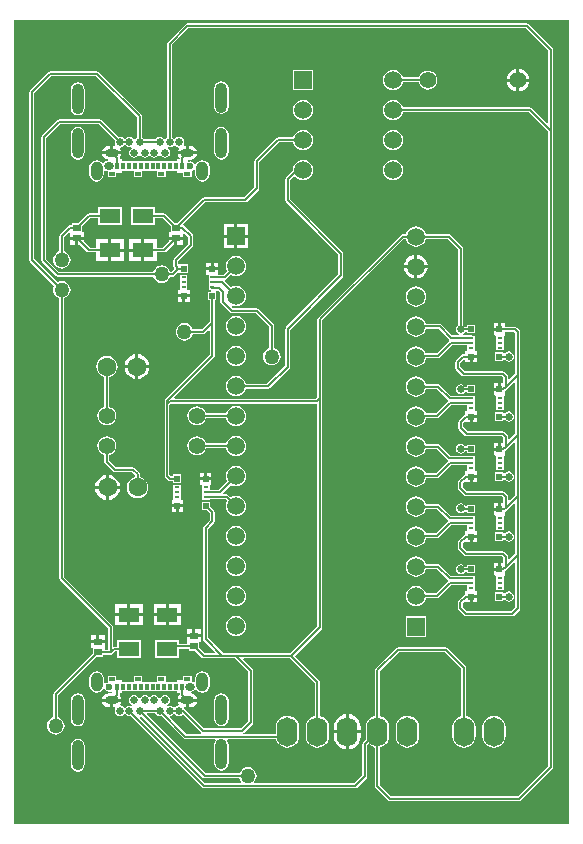
<source format=gtl>
G04*
G04 #@! TF.GenerationSoftware,Altium Limited,Altium Designer,18.1.9 (240)*
G04*
G04 Layer_Physical_Order=1*
G04 Layer_Color=255*
%FSLAX25Y25*%
%MOIN*%
G70*
G01*
G75*
%ADD10R,0.01968X0.01181*%
%ADD11R,0.01378X0.02362*%
%ADD12R,0.02520X0.02362*%
%ADD13R,0.01850X0.01968*%
%ADD14R,0.01772X0.00945*%
%ADD15R,0.07087X0.05118*%
%ADD37C,0.00800*%
%ADD38C,0.02559*%
%ADD39O,0.04528X0.02559*%
%ADD40O,0.03347X0.02559*%
%ADD41C,0.02362*%
%ADD42O,0.03937X0.06299*%
%ADD43O,0.03937X0.10079*%
%ADD44C,0.05900*%
%ADD45R,0.05900X0.05900*%
%ADD46C,0.05512*%
%ADD47R,0.05906X0.05906*%
%ADD48C,0.05906*%
%ADD49O,0.06890X0.09843*%
%ADD50C,0.06299*%
%ADD51C,0.05000*%
%ADD52C,0.02500*%
G36*
X531015Y162000D02*
X346000D01*
Y430000D01*
X531015D01*
Y162000D01*
D02*
G37*
%LPC*%
G36*
X517000Y428816D02*
X517000Y428816D01*
X403823Y428816D01*
X403823Y428816D01*
X403511Y428754D01*
X403246Y428577D01*
X403246Y428577D01*
X397340Y422671D01*
X397164Y422407D01*
X397102Y422094D01*
X397102Y422094D01*
Y390790D01*
X396706Y390526D01*
X396545Y390284D01*
X395943D01*
X395782Y390526D01*
X395226Y390897D01*
X394571Y391027D01*
X393916Y390897D01*
X393360Y390526D01*
X393096Y390131D01*
X389353D01*
X389089Y390526D01*
X388694Y390790D01*
Y397819D01*
X388694Y397819D01*
X388632Y398131D01*
X388455Y398396D01*
X374274Y412577D01*
X374009Y412754D01*
X373697Y412816D01*
X373697Y412816D01*
X358000D01*
X357688Y412754D01*
X357423Y412577D01*
X357423Y412577D01*
X351423Y406577D01*
X351246Y406312D01*
X351184Y406000D01*
X351184Y406000D01*
Y350000D01*
X351184Y350000D01*
X351246Y349688D01*
X351423Y349423D01*
X359443Y341404D01*
X359175Y340757D01*
X359075Y340000D01*
X359175Y339243D01*
X359467Y338538D01*
X359932Y337932D01*
X360538Y337467D01*
X361184Y337199D01*
Y243900D01*
X361184Y243900D01*
X361246Y243588D01*
X361423Y243323D01*
X377452Y227294D01*
Y220083D01*
X376338D01*
X376260Y220551D01*
X376260D01*
Y222232D01*
X371740D01*
Y220551D01*
X372340D01*
Y218761D01*
X359423Y205844D01*
X359246Y205580D01*
X359184Y205268D01*
X359184Y205268D01*
Y197501D01*
X358538Y197233D01*
X357932Y196768D01*
X357467Y196162D01*
X357175Y195457D01*
X357075Y194700D01*
X357175Y193943D01*
X357467Y193237D01*
X357932Y192632D01*
X358538Y192167D01*
X359243Y191875D01*
X360000Y191775D01*
X360757Y191875D01*
X361462Y192167D01*
X362068Y192632D01*
X362533Y193237D01*
X362825Y193943D01*
X362925Y194700D01*
X362825Y195457D01*
X362533Y196162D01*
X362068Y196768D01*
X361462Y197233D01*
X360816Y197501D01*
Y204930D01*
X373572Y217687D01*
X375660D01*
Y218452D01*
X378268D01*
X378268Y218452D01*
X378580Y218514D01*
X378844Y218691D01*
X379629Y219476D01*
X380391D01*
Y217332D01*
X388278D01*
Y223250D01*
X380391D01*
Y221107D01*
X379291D01*
X379083Y221278D01*
Y227632D01*
X379083Y227632D01*
X379021Y227944D01*
X378844Y228209D01*
X378844Y228209D01*
X362816Y244238D01*
Y337199D01*
X363462Y337467D01*
X364068Y337932D01*
X364533Y338538D01*
X364825Y339243D01*
X364925Y340000D01*
X364825Y340757D01*
X364533Y341462D01*
X364068Y342068D01*
X363462Y342533D01*
X362757Y342825D01*
X362000Y342925D01*
X361243Y342825D01*
X360596Y342557D01*
X352816Y350338D01*
Y405662D01*
X358338Y411184D01*
X373359D01*
X387062Y397481D01*
Y390790D01*
X386667Y390526D01*
X386505Y390284D01*
X385904D01*
X385742Y390526D01*
X385187Y390897D01*
X384531Y391027D01*
X383876Y390897D01*
X383321Y390526D01*
X383257Y390431D01*
X382656D01*
X382593Y390526D01*
X382037Y390897D01*
X381382Y391027D01*
X380916Y390935D01*
X375274Y396577D01*
X375009Y396754D01*
X374697Y396816D01*
X374697Y396816D01*
X361000D01*
X361000Y396816D01*
X360688Y396754D01*
X360423Y396577D01*
X360423Y396577D01*
X355423Y391577D01*
X355246Y391312D01*
X355184Y391000D01*
X355184Y391000D01*
Y350000D01*
X355184Y350000D01*
X355246Y349688D01*
X355423Y349423D01*
X360148Y344699D01*
X360148Y344699D01*
X360412Y344522D01*
X360724Y344460D01*
X392475D01*
X392742Y343813D01*
X393207Y343207D01*
X393813Y342742D01*
X394518Y342450D01*
X395276Y342351D01*
X396033Y342450D01*
X396738Y342742D01*
X397344Y343207D01*
X397809Y343813D01*
X398077Y344460D01*
X399000D01*
X399000Y344460D01*
X399312Y344522D01*
X399577Y344699D01*
X400852Y345974D01*
X401352Y345767D01*
Y345718D01*
X404002D01*
Y348487D01*
X401352D01*
X400932Y348679D01*
X400816Y348757D01*
Y349662D01*
X405577Y354423D01*
X405577Y354423D01*
X405754Y354688D01*
X405816Y355000D01*
X405816Y355000D01*
Y357900D01*
X405754Y358212D01*
X405577Y358477D01*
X405577Y358477D01*
X402744Y361309D01*
X402560Y361432D01*
X402448Y361799D01*
X402427Y362006D01*
X409606Y369184D01*
X423000D01*
X423000Y369184D01*
X423312Y369246D01*
X423577Y369423D01*
X427577Y373423D01*
X427577Y373423D01*
X427754Y373688D01*
X427816Y374000D01*
Y382662D01*
X434338Y389184D01*
X439169D01*
X439177Y389125D01*
X439515Y388311D01*
X440052Y387611D01*
X440752Y387074D01*
X441566Y386736D01*
X442441Y386621D01*
X443316Y386736D01*
X444130Y387074D01*
X444830Y387611D01*
X445367Y388311D01*
X445705Y389125D01*
X445820Y390000D01*
X445705Y390875D01*
X445367Y391689D01*
X444830Y392389D01*
X444130Y392926D01*
X443316Y393264D01*
X442441Y393379D01*
X441566Y393264D01*
X440752Y392926D01*
X440052Y392389D01*
X439515Y391689D01*
X439177Y390875D01*
X439169Y390816D01*
X434142D01*
X434071Y390802D01*
X434000Y390816D01*
X433688Y390754D01*
X433423Y390577D01*
X426423Y383577D01*
X426246Y383312D01*
X426184Y383000D01*
X426184Y383000D01*
Y374338D01*
X422662Y370816D01*
X409268D01*
X409268Y370816D01*
X408956Y370754D01*
X408691Y370577D01*
X408691Y370577D01*
X400428Y362313D01*
X399572D01*
X396600Y365285D01*
X396336Y365462D01*
X396024Y365524D01*
X396024Y365524D01*
X392943D01*
Y367668D01*
X385057D01*
Y361750D01*
X392943D01*
Y363893D01*
X395686D01*
X398340Y361239D01*
Y359449D01*
X397740D01*
Y357768D01*
X400000D01*
X402260D01*
Y358780D01*
X402760Y358987D01*
X404184Y357562D01*
Y355338D01*
X399423Y350577D01*
X399246Y350312D01*
X399184Y350000D01*
X399184Y350000D01*
Y347929D01*
X399184Y347929D01*
X399246Y347617D01*
X399423Y347352D01*
Y346852D01*
X398662Y346091D01*
X398077D01*
X397809Y346738D01*
X397344Y347344D01*
X396738Y347809D01*
X396033Y348101D01*
X395276Y348201D01*
X394518Y348101D01*
X393813Y347809D01*
X393207Y347344D01*
X392742Y346738D01*
X392475Y346091D01*
X361062D01*
X356816Y350338D01*
Y390662D01*
X361338Y395184D01*
X374359D01*
X379762Y389781D01*
X379669Y389315D01*
X379800Y388660D01*
X379871Y388554D01*
X379660Y388183D01*
X379575Y388096D01*
X379126D01*
Y386272D01*
X381835D01*
X381757Y386661D01*
X381452Y387118D01*
X381689Y387664D01*
X382037Y387733D01*
X382593Y388104D01*
X382656Y388199D01*
X383257D01*
X383321Y388104D01*
X383876Y387733D01*
X384531Y387602D01*
X385187Y387733D01*
X385367Y387298D01*
X384895Y386982D01*
X384524Y386427D01*
X384394Y385772D01*
X384524Y385116D01*
X384895Y384561D01*
X385451Y384190D01*
X386106Y384059D01*
X386762Y384190D01*
X387317Y384561D01*
X387600Y384984D01*
X387692Y385010D01*
X388063D01*
X388156Y384984D01*
X388439Y384561D01*
X388994Y384190D01*
X389650Y384059D01*
X390305Y384190D01*
X390861Y384561D01*
X390974Y384731D01*
X391474D01*
X391588Y384561D01*
X392144Y384190D01*
X392799Y384059D01*
X393455Y384190D01*
X394010Y384561D01*
X394293Y384984D01*
X394386Y385010D01*
X394756D01*
X394849Y384984D01*
X395132Y384561D01*
X395687Y384190D01*
X396342Y384059D01*
X396998Y384190D01*
X397553Y384561D01*
X397925Y385116D01*
X398055Y385772D01*
X397925Y386427D01*
X397553Y386982D01*
X397082Y387298D01*
X397262Y387733D01*
X397917Y387602D01*
X398573Y387733D01*
X399128Y388104D01*
X399242Y388275D01*
X399742D01*
X399856Y388104D01*
X400412Y387733D01*
X400760Y387664D01*
X400996Y387118D01*
X400691Y386661D01*
X400614Y386272D01*
X403323D01*
Y388096D01*
X402874D01*
X402789Y388183D01*
X402578Y388554D01*
X402649Y388660D01*
X402779Y389315D01*
X402649Y389970D01*
X402278Y390526D01*
X401722Y390897D01*
X401067Y391027D01*
X400412Y390897D01*
X399856Y390526D01*
X399742Y390355D01*
X399242D01*
X399128Y390526D01*
X398733Y390790D01*
Y421757D01*
X404161Y427184D01*
X516662Y427184D01*
X524184Y419662D01*
Y395622D01*
X523722Y395431D01*
X518577Y400577D01*
X518312Y400754D01*
X518000Y400816D01*
X518000Y400816D01*
X475712D01*
X475705Y400875D01*
X475367Y401689D01*
X474830Y402389D01*
X474130Y402926D01*
X473315Y403264D01*
X472441Y403379D01*
X471566Y403264D01*
X470751Y402926D01*
X470052Y402389D01*
X469515Y401689D01*
X469177Y400875D01*
X469062Y400000D01*
X469177Y399126D01*
X469515Y398310D01*
X470052Y397611D01*
X470751Y397074D01*
X471566Y396736D01*
X472441Y396621D01*
X473315Y396736D01*
X474130Y397074D01*
X474830Y397611D01*
X475367Y398310D01*
X475705Y399126D01*
X475712Y399184D01*
X517662D01*
X524184Y392662D01*
Y181338D01*
X514100Y171254D01*
X471777D01*
X468016Y175015D01*
Y187453D01*
X468204Y187478D01*
X469139Y187865D01*
X469942Y188481D01*
X470559Y189285D01*
X470946Y190220D01*
X471078Y191224D01*
Y194176D01*
X470946Y195180D01*
X470559Y196115D01*
X469942Y196919D01*
X469139Y197535D01*
X468204Y197922D01*
X468016Y197947D01*
Y212862D01*
X474338Y219184D01*
X489662D01*
X495184Y213662D01*
Y197947D01*
X494996Y197922D01*
X494061Y197535D01*
X493258Y196919D01*
X492641Y196115D01*
X492254Y195180D01*
X492122Y194176D01*
Y191224D01*
X492254Y190220D01*
X492641Y189285D01*
X493258Y188481D01*
X494061Y187865D01*
X494996Y187478D01*
X496000Y187346D01*
X497004Y187478D01*
X497939Y187865D01*
X498742Y188481D01*
X499359Y189285D01*
X499746Y190220D01*
X499878Y191224D01*
Y194176D01*
X499746Y195180D01*
X499359Y196115D01*
X498742Y196919D01*
X497939Y197535D01*
X497004Y197922D01*
X496816Y197947D01*
Y214000D01*
X496754Y214312D01*
X496577Y214577D01*
X496577Y214577D01*
X490577Y220577D01*
X490312Y220754D01*
X490000Y220816D01*
X490000Y220816D01*
X474000D01*
X473688Y220754D01*
X473423Y220577D01*
X473423Y220577D01*
X466623Y213777D01*
X466446Y213512D01*
X466384Y213200D01*
X466384Y213200D01*
Y197947D01*
X466196Y197922D01*
X465261Y197535D01*
X464458Y196919D01*
X463841Y196115D01*
X463454Y195180D01*
X463322Y194176D01*
Y191224D01*
X463454Y190220D01*
X463487Y190140D01*
X462423Y189077D01*
X462246Y188812D01*
X462184Y188500D01*
X462184Y188500D01*
Y178338D01*
X459362Y175516D01*
X426272D01*
X426133Y176016D01*
X426533Y176538D01*
X426825Y177243D01*
X426925Y178000D01*
X426825Y178757D01*
X426533Y179463D01*
X426068Y180068D01*
X425462Y180533D01*
X424757Y180825D01*
X424000Y180925D01*
X423243Y180825D01*
X422538Y180533D01*
X421932Y180068D01*
X421467Y179463D01*
X421199Y178816D01*
X409901D01*
X390309Y198407D01*
X390500Y198869D01*
X393096D01*
X393360Y198474D01*
X393916Y198103D01*
X394571Y197973D01*
X395037Y198065D01*
X402564Y190538D01*
X402564Y190538D01*
X402829Y190361D01*
X403141Y190299D01*
X403141Y190299D01*
X412997D01*
X413264Y189799D01*
X412911Y189271D01*
X412727Y188347D01*
Y182205D01*
X412911Y181281D01*
X413434Y180497D01*
X414218Y179974D01*
X415142Y179790D01*
X416066Y179974D01*
X416849Y180497D01*
X417373Y181281D01*
X417557Y182205D01*
Y188347D01*
X417373Y189271D01*
X417096Y189684D01*
X417364Y190184D01*
X433469D01*
X433842Y189285D01*
X434458Y188481D01*
X435261Y187865D01*
X436196Y187478D01*
X437200Y187346D01*
X438204Y187478D01*
X439139Y187865D01*
X439942Y188481D01*
X440558Y189285D01*
X440946Y190220D01*
X441078Y191224D01*
Y194176D01*
X440946Y195180D01*
X440558Y196115D01*
X439942Y196919D01*
X439139Y197535D01*
X438204Y197922D01*
X437200Y198054D01*
X436196Y197922D01*
X435261Y197535D01*
X434458Y196919D01*
X433842Y196115D01*
X433454Y195180D01*
X433322Y194176D01*
Y191816D01*
X422514D01*
X422416Y192316D01*
X422577Y192423D01*
X425577Y195423D01*
X425754Y195688D01*
X425816Y196000D01*
X425816Y196000D01*
Y213000D01*
X425816Y213000D01*
X425754Y213312D01*
X425577Y213577D01*
X425577Y213577D01*
X422431Y216722D01*
X422622Y217184D01*
X438062D01*
X446384Y208862D01*
Y197947D01*
X446196Y197922D01*
X445261Y197535D01*
X444458Y196919D01*
X443842Y196115D01*
X443454Y195180D01*
X443322Y194176D01*
Y191224D01*
X443454Y190220D01*
X443842Y189285D01*
X444458Y188481D01*
X445261Y187865D01*
X446196Y187478D01*
X447200Y187346D01*
X448204Y187478D01*
X449139Y187865D01*
X449942Y188481D01*
X450559Y189285D01*
X450946Y190220D01*
X451078Y191224D01*
Y194176D01*
X450946Y195180D01*
X450559Y196115D01*
X449942Y196919D01*
X449139Y197535D01*
X448204Y197922D01*
X448016Y197947D01*
Y209200D01*
X448016Y209200D01*
X447954Y209512D01*
X447777Y209777D01*
X439553Y218000D01*
X448577Y227023D01*
X448754Y227288D01*
X448816Y227600D01*
X448816Y227600D01*
Y304000D01*
X448816Y304000D01*
X448816Y304000D01*
Y329867D01*
X475928Y356980D01*
X476726D01*
X476734Y356920D01*
X477071Y356104D01*
X477609Y355404D01*
X478309Y354867D01*
X479125Y354529D01*
X480000Y354414D01*
X480875Y354529D01*
X481691Y354867D01*
X482391Y355404D01*
X482929Y356104D01*
X483266Y356920D01*
X483274Y356980D01*
X490662D01*
X494184Y353457D01*
Y328258D01*
X493810Y328009D01*
X493446Y327463D01*
X493318Y326819D01*
X493446Y326175D01*
X493810Y325629D01*
X494283Y325313D01*
X494267Y325008D01*
X494200Y324813D01*
X492140D01*
X488482Y328472D01*
X488217Y328649D01*
X487905Y328711D01*
X487905Y328711D01*
X483250D01*
X482929Y329486D01*
X482391Y330187D01*
X481691Y330724D01*
X480875Y331062D01*
X480000Y331177D01*
X479125Y331062D01*
X478309Y330724D01*
X477609Y330187D01*
X477071Y329486D01*
X476734Y328671D01*
X476618Y327795D01*
X476734Y326920D01*
X477071Y326104D01*
X477609Y325404D01*
X478309Y324867D01*
X479125Y324529D01*
X480000Y324414D01*
X480875Y324529D01*
X481691Y324867D01*
X482391Y325404D01*
X482929Y326104D01*
X483266Y326920D01*
X483287Y327080D01*
X487567D01*
X491126Y323521D01*
X491179Y323291D01*
X491181Y323169D01*
X491130Y322883D01*
X487162Y318916D01*
X483165D01*
X482929Y319486D01*
X482391Y320186D01*
X481691Y320724D01*
X480875Y321062D01*
X480000Y321177D01*
X479125Y321062D01*
X478309Y320724D01*
X477609Y320186D01*
X477071Y319486D01*
X476734Y318671D01*
X476618Y317795D01*
X476734Y316920D01*
X477071Y316104D01*
X477609Y315404D01*
X478309Y314867D01*
X479125Y314529D01*
X480000Y314414D01*
X480875Y314529D01*
X481691Y314867D01*
X482391Y315404D01*
X482929Y316104D01*
X483266Y316920D01*
X483314Y317284D01*
X487500D01*
X487500Y317284D01*
X487812Y317346D01*
X488077Y317523D01*
X492161Y321607D01*
X497010D01*
X497010Y319876D01*
X496549Y319779D01*
X496488D01*
Y318611D01*
X495795D01*
X495795Y318611D01*
X495483Y318549D01*
X495219Y318372D01*
X493423Y316577D01*
X493246Y316312D01*
X493184Y316000D01*
X493184Y316000D01*
Y314000D01*
X493184Y314000D01*
X493246Y313688D01*
X493423Y313423D01*
X495423Y311423D01*
X495423Y311423D01*
X495688Y311246D01*
X496000Y311184D01*
X496000Y311184D01*
X508662D01*
X509184Y310662D01*
Y308835D01*
X508323D01*
Y306850D01*
X507823D01*
Y306350D01*
X505898D01*
Y304866D01*
X506195D01*
X506655Y304770D01*
X506655Y304366D01*
Y299876D01*
X509227D01*
Y301450D01*
X509227Y304770D01*
X509687Y304866D01*
X509748D01*
Y306390D01*
X510577Y307219D01*
X510577Y307219D01*
X512722Y309364D01*
X513184Y309173D01*
Y292133D01*
X511278Y290226D01*
X510816Y290418D01*
Y291000D01*
X510754Y291312D01*
X510577Y291577D01*
X510577Y291577D01*
X509577Y292577D01*
X509312Y292754D01*
X509000Y292816D01*
X509000Y292816D01*
X497338D01*
X495816Y294338D01*
Y295613D01*
X496206Y295928D01*
X496488Y295811D01*
Y295811D01*
X497913D01*
Y297795D01*
X498413D01*
Y298295D01*
X500339D01*
Y299780D01*
X500041D01*
X499581Y299876D01*
X499581Y300279D01*
Y304770D01*
X497010D01*
Y304713D01*
X491640D01*
X487982Y308372D01*
X487717Y308549D01*
X487405Y308611D01*
X487405Y308611D01*
X483274D01*
X483266Y308670D01*
X482929Y309486D01*
X482391Y310187D01*
X481691Y310724D01*
X480875Y311062D01*
X480000Y311177D01*
X479125Y311062D01*
X478309Y310724D01*
X477609Y310187D01*
X477071Y309486D01*
X476734Y308670D01*
X476618Y307795D01*
X476734Y306920D01*
X477071Y306104D01*
X477609Y305404D01*
X478309Y304867D01*
X479125Y304529D01*
X480000Y304414D01*
X480875Y304529D01*
X481691Y304867D01*
X482391Y305404D01*
X482929Y306104D01*
X483266Y306920D01*
X483274Y306980D01*
X487067D01*
X490626Y303421D01*
X490679Y303191D01*
X490681Y303069D01*
X490630Y302783D01*
X486662Y298816D01*
X483206D01*
X482929Y299486D01*
X482391Y300186D01*
X481691Y300724D01*
X480875Y301062D01*
X480000Y301177D01*
X479125Y301062D01*
X478309Y300724D01*
X477609Y300186D01*
X477071Y299486D01*
X476734Y298671D01*
X476618Y297795D01*
X476734Y296920D01*
X477071Y296104D01*
X477609Y295404D01*
X478309Y294867D01*
X479125Y294529D01*
X480000Y294414D01*
X480875Y294529D01*
X481691Y294867D01*
X482391Y295404D01*
X482929Y296104D01*
X483266Y296920D01*
X483301Y297184D01*
X487000D01*
X487000Y297184D01*
X487312Y297246D01*
X487577Y297423D01*
X491661Y301507D01*
X497010D01*
X497010Y299876D01*
X496549Y299780D01*
X496488D01*
Y298550D01*
X496483Y298549D01*
X496218Y298372D01*
X494423Y296577D01*
X494246Y296312D01*
X494184Y296000D01*
X494184Y296000D01*
Y294000D01*
X494184Y294000D01*
X494246Y293688D01*
X494423Y293423D01*
X496423Y291423D01*
X496423Y291423D01*
X496688Y291246D01*
X497000Y291184D01*
X497000Y291184D01*
X508662D01*
X509184Y290662D01*
Y288835D01*
X508323D01*
Y286850D01*
X507823D01*
Y286350D01*
X505898D01*
Y284866D01*
X506195D01*
X506655Y284770D01*
X506655Y284366D01*
Y279876D01*
X509227D01*
Y281450D01*
X509227Y284770D01*
X509687Y284866D01*
X509748D01*
Y286390D01*
X510577Y287218D01*
X510577Y287218D01*
X512722Y289364D01*
X513184Y289173D01*
Y271692D01*
X511278Y269785D01*
X510816Y269977D01*
Y271000D01*
X510754Y271312D01*
X510577Y271577D01*
X510577Y271577D01*
X509577Y272577D01*
X509312Y272754D01*
X509000Y272816D01*
X509000Y272816D01*
X497188D01*
X495666Y274338D01*
Y275662D01*
X496026Y276022D01*
X496488Y275831D01*
Y275811D01*
X497913D01*
Y277795D01*
X498413D01*
Y278295D01*
X500339D01*
Y279780D01*
X500041D01*
X499581Y279876D01*
X499581Y280279D01*
Y284770D01*
X497010D01*
Y284713D01*
X491540D01*
X487882Y288372D01*
X487617Y288549D01*
X487305Y288611D01*
X487305Y288611D01*
X483274D01*
X483266Y288670D01*
X482929Y289486D01*
X482391Y290187D01*
X481691Y290724D01*
X480875Y291062D01*
X480000Y291177D01*
X479125Y291062D01*
X478309Y290724D01*
X477609Y290187D01*
X477071Y289486D01*
X476734Y288670D01*
X476618Y287795D01*
X476734Y286920D01*
X477071Y286104D01*
X477609Y285404D01*
X478309Y284867D01*
X479125Y284529D01*
X480000Y284414D01*
X480875Y284529D01*
X481691Y284867D01*
X482391Y285404D01*
X482929Y286104D01*
X483266Y286920D01*
X483274Y286980D01*
X486967D01*
X490526Y283421D01*
X490579Y283191D01*
X490581Y283069D01*
X490530Y282783D01*
X486562Y278816D01*
X483206D01*
X482929Y279486D01*
X482391Y280187D01*
X481691Y280724D01*
X480875Y281062D01*
X480000Y281177D01*
X479125Y281062D01*
X478309Y280724D01*
X477609Y280187D01*
X477071Y279486D01*
X476734Y278671D01*
X476618Y277795D01*
X476734Y276920D01*
X477071Y276104D01*
X477609Y275404D01*
X478309Y274867D01*
X479125Y274529D01*
X480000Y274414D01*
X480875Y274529D01*
X481691Y274867D01*
X482391Y275404D01*
X482929Y276104D01*
X483266Y276920D01*
X483301Y277184D01*
X486900D01*
X486900Y277184D01*
X487212Y277246D01*
X487477Y277423D01*
X491561Y281507D01*
X497010D01*
X497010Y279876D01*
X496549Y279780D01*
X496488D01*
Y278580D01*
X496334Y278549D01*
X496069Y278372D01*
X494274Y276577D01*
X494097Y276312D01*
X494035Y276000D01*
X494035Y276000D01*
Y274000D01*
X494035Y274000D01*
X494097Y273688D01*
X494274Y273423D01*
X496274Y271423D01*
X496274Y271423D01*
X496538Y271246D01*
X496850Y271184D01*
X496850Y271184D01*
X508662D01*
X509184Y270662D01*
Y268835D01*
X508323D01*
Y266850D01*
X507823D01*
Y266350D01*
X505898D01*
Y264866D01*
X506195D01*
X506655Y264770D01*
X506655Y264366D01*
Y259876D01*
X509227D01*
Y261450D01*
X509227Y264770D01*
X509687Y264866D01*
X509748D01*
Y266085D01*
X509808Y266097D01*
X510073Y266274D01*
X510577Y266777D01*
X510577Y266778D01*
X512722Y268923D01*
X513184Y268732D01*
Y252133D01*
X511278Y250226D01*
X510816Y250418D01*
Y251000D01*
X510754Y251312D01*
X510577Y251577D01*
X510577Y251577D01*
X509577Y252577D01*
X509312Y252754D01*
X509000Y252816D01*
X509000Y252816D01*
X497188D01*
X495666Y254338D01*
Y255662D01*
X496026Y256022D01*
X496488Y255831D01*
Y255811D01*
X497913D01*
Y257795D01*
X498413D01*
Y258295D01*
X500339D01*
Y259780D01*
X500041D01*
X499581Y259876D01*
X499581Y260279D01*
Y264770D01*
X497010D01*
Y264713D01*
X491640D01*
X487982Y268372D01*
X487717Y268549D01*
X487405Y268611D01*
X487405Y268611D01*
X483274D01*
X483266Y268671D01*
X482929Y269486D01*
X482391Y270186D01*
X481691Y270724D01*
X480875Y271062D01*
X480000Y271177D01*
X479125Y271062D01*
X478309Y270724D01*
X477609Y270186D01*
X477071Y269486D01*
X476734Y268671D01*
X476618Y267795D01*
X476734Y266920D01*
X477071Y266104D01*
X477609Y265404D01*
X478309Y264867D01*
X479125Y264529D01*
X480000Y264414D01*
X480875Y264529D01*
X481691Y264867D01*
X482391Y265404D01*
X482929Y266104D01*
X483266Y266920D01*
X483274Y266980D01*
X487067D01*
X490626Y263421D01*
X490679Y263191D01*
X490681Y263069D01*
X490630Y262783D01*
X486662Y258816D01*
X483206D01*
X482929Y259486D01*
X482391Y260187D01*
X481691Y260724D01*
X480875Y261062D01*
X480000Y261177D01*
X479125Y261062D01*
X478309Y260724D01*
X477609Y260187D01*
X477071Y259486D01*
X476734Y258670D01*
X476618Y257795D01*
X476734Y256920D01*
X477071Y256104D01*
X477609Y255404D01*
X478309Y254867D01*
X479125Y254529D01*
X480000Y254414D01*
X480875Y254529D01*
X481691Y254867D01*
X482391Y255404D01*
X482929Y256104D01*
X483266Y256920D01*
X483301Y257184D01*
X487000D01*
X487000Y257184D01*
X487312Y257246D01*
X487577Y257423D01*
X491661Y261507D01*
X497010D01*
X497010Y259876D01*
X496549Y259780D01*
X496488D01*
Y258580D01*
X496334Y258549D01*
X496069Y258372D01*
X494274Y256577D01*
X494097Y256312D01*
X494035Y256000D01*
X494035Y256000D01*
Y254000D01*
X494035Y254000D01*
X494097Y253688D01*
X494274Y253423D01*
X496274Y251423D01*
X496274Y251423D01*
X496538Y251246D01*
X496850Y251184D01*
X496850Y251184D01*
X508662D01*
X509184Y250662D01*
Y248835D01*
X508323D01*
Y246850D01*
X507823D01*
Y246350D01*
X505898D01*
Y244866D01*
X506195D01*
X506655Y244770D01*
X506655Y244366D01*
Y239876D01*
X509227D01*
Y241450D01*
X509227Y244770D01*
X509687Y244866D01*
X509748D01*
Y246390D01*
X510577Y247218D01*
X510577Y247218D01*
X512722Y249364D01*
X513184Y249173D01*
Y234338D01*
X511662Y232816D01*
X497188D01*
X495666Y234338D01*
Y235662D01*
X496026Y236022D01*
X496488Y235831D01*
Y235811D01*
X497913D01*
Y237795D01*
X498413D01*
Y238295D01*
X500339D01*
Y239779D01*
X500041D01*
X499581Y239876D01*
X499581Y240280D01*
Y244770D01*
X497010D01*
Y244713D01*
X491640D01*
X487982Y248372D01*
X487717Y248549D01*
X487405Y248611D01*
X487405Y248611D01*
X483274D01*
X483266Y248671D01*
X482929Y249486D01*
X482391Y250186D01*
X481691Y250724D01*
X480875Y251062D01*
X480000Y251177D01*
X479125Y251062D01*
X478309Y250724D01*
X477609Y250186D01*
X477071Y249486D01*
X476734Y248671D01*
X476618Y247795D01*
X476734Y246920D01*
X477071Y246104D01*
X477609Y245404D01*
X478309Y244867D01*
X479125Y244529D01*
X480000Y244414D01*
X480875Y244529D01*
X481691Y244867D01*
X482391Y245404D01*
X482929Y246104D01*
X483266Y246920D01*
X483274Y246980D01*
X487067D01*
X490626Y243421D01*
X490679Y243191D01*
X490681Y243069D01*
X490630Y242783D01*
X486662Y238816D01*
X483274D01*
X483266Y238875D01*
X482929Y239691D01*
X482391Y240391D01*
X481691Y240929D01*
X480875Y241266D01*
X480000Y241382D01*
X479125Y241266D01*
X478309Y240929D01*
X477609Y240391D01*
X477071Y239691D01*
X476734Y238875D01*
X476618Y238000D01*
X476734Y237125D01*
X477071Y236309D01*
X477609Y235609D01*
X478309Y235071D01*
X479125Y234734D01*
X480000Y234618D01*
X480875Y234734D01*
X481691Y235071D01*
X482391Y235609D01*
X482929Y236309D01*
X483266Y237125D01*
X483274Y237184D01*
X487000D01*
X487000Y237184D01*
X487312Y237246D01*
X487577Y237423D01*
X491661Y241507D01*
X497010D01*
X497010Y239876D01*
X496549Y239779D01*
X496488D01*
Y238580D01*
X496334Y238549D01*
X496069Y238372D01*
X494274Y236577D01*
X494097Y236312D01*
X494035Y236000D01*
X494035Y236000D01*
Y234000D01*
X494035Y234000D01*
X494097Y233688D01*
X494274Y233423D01*
X496274Y231423D01*
X496274Y231423D01*
X496538Y231246D01*
X496850Y231184D01*
X496850Y231184D01*
X512000D01*
X512000Y231184D01*
X512312Y231246D01*
X512577Y231423D01*
X514577Y233423D01*
X514577Y233423D01*
X514754Y233688D01*
X514816Y234000D01*
X514816Y234000D01*
Y251795D01*
Y271354D01*
Y291795D01*
Y311795D01*
Y326000D01*
X514754Y326312D01*
X514577Y326577D01*
X514577Y326577D01*
X513726Y327427D01*
X513462Y327604D01*
X513150Y327666D01*
X513150Y327666D01*
X509748D01*
Y328835D01*
X508323D01*
Y326850D01*
X507823D01*
Y326350D01*
X505898D01*
Y324866D01*
X506195D01*
X506655Y324770D01*
X506655Y324366D01*
Y319876D01*
X509227D01*
Y321450D01*
X509227Y324770D01*
X509687Y324866D01*
X509748D01*
Y326035D01*
X512812D01*
X513184Y325662D01*
Y312133D01*
X511278Y310226D01*
X510816Y310418D01*
Y311000D01*
X510754Y311312D01*
X510577Y311577D01*
X510577Y311577D01*
X509577Y312577D01*
X509312Y312754D01*
X509000Y312816D01*
X509000Y312816D01*
X496338D01*
X494816Y314338D01*
Y315662D01*
X495988Y316835D01*
X496488Y316630D01*
Y315811D01*
X497913D01*
Y317795D01*
X498413D01*
Y318295D01*
X500339D01*
Y319779D01*
X500041D01*
X499581Y319876D01*
X499581Y320280D01*
Y322273D01*
X499611Y322423D01*
X499581Y322573D01*
Y323848D01*
X499611Y323998D01*
X499581Y324148D01*
Y324770D01*
X499013D01*
X498795Y324813D01*
X495800D01*
X495733Y325008D01*
X495717Y325313D01*
X496190Y325629D01*
X496439Y326003D01*
X497088D01*
Y325466D01*
X499739D01*
Y328235D01*
X497088D01*
Y327635D01*
X496439D01*
X496190Y328009D01*
X495816Y328258D01*
Y353795D01*
X495754Y354107D01*
X495577Y354372D01*
X495577Y354372D01*
X491577Y358372D01*
X491312Y358549D01*
X491000Y358611D01*
X491000Y358611D01*
X483274D01*
X483266Y358670D01*
X482929Y359486D01*
X482391Y360187D01*
X481691Y360724D01*
X480875Y361062D01*
X480000Y361177D01*
X479125Y361062D01*
X478309Y360724D01*
X477609Y360187D01*
X477071Y359486D01*
X476734Y358670D01*
X476726Y358611D01*
X475591D01*
X475591Y358611D01*
X475278Y358549D01*
X475014Y358372D01*
X447423Y330782D01*
X447246Y330517D01*
X447184Y330205D01*
X447184Y330205D01*
Y304338D01*
X446607Y303761D01*
X399670D01*
X399478Y304222D01*
X412663Y317407D01*
X412840Y317672D01*
X412902Y317984D01*
X412902Y317984D01*
Y329000D01*
X412902Y329000D01*
X412902Y329000D01*
Y336663D01*
X413412D01*
Y339387D01*
X413412Y339432D01*
X413498Y339794D01*
X413993Y339853D01*
X414832Y339015D01*
Y336097D01*
X414832Y336097D01*
X414894Y335785D01*
X415070Y335520D01*
X418167Y332423D01*
X418167Y332423D01*
X418432Y332246D01*
X418744Y332184D01*
X426662D01*
X431184Y327662D01*
Y320596D01*
X430538Y320328D01*
X429932Y319864D01*
X429467Y319258D01*
X429175Y318552D01*
X429075Y317795D01*
X429175Y317038D01*
X429467Y316333D01*
X429932Y315727D01*
X430538Y315262D01*
X431243Y314970D01*
X432000Y314870D01*
X432757Y314970D01*
X433462Y315262D01*
X434068Y315727D01*
X434533Y316333D01*
X434825Y317038D01*
X434925Y317795D01*
X434825Y318552D01*
X434533Y319258D01*
X434068Y319864D01*
X433462Y320328D01*
X432816Y320596D01*
Y328000D01*
X432816Y328000D01*
X432754Y328312D01*
X432577Y328577D01*
X432577Y328577D01*
X427577Y333577D01*
X427312Y333754D01*
X427000Y333816D01*
X427000Y333816D01*
X419082D01*
X418580Y334318D01*
X418863Y334742D01*
X419125Y334634D01*
X420000Y334518D01*
X420875Y334634D01*
X421691Y334971D01*
X422391Y335509D01*
X422929Y336209D01*
X423266Y337025D01*
X423382Y337900D01*
X423266Y338775D01*
X422929Y339591D01*
X422391Y340291D01*
X421691Y340829D01*
X420875Y341166D01*
X420000Y341282D01*
X419125Y341166D01*
X418309Y340829D01*
X418261Y340792D01*
X416220Y342834D01*
X416229Y342994D01*
X416397Y343363D01*
X416562Y343396D01*
X416826Y343573D01*
X418261Y345008D01*
X418309Y344971D01*
X419125Y344634D01*
X420000Y344518D01*
X420875Y344634D01*
X421691Y344971D01*
X422391Y345509D01*
X422929Y346209D01*
X423266Y347025D01*
X423382Y347900D01*
X423266Y348775D01*
X422929Y349591D01*
X422391Y350291D01*
X421691Y350829D01*
X420875Y351166D01*
X420000Y351282D01*
X419125Y351166D01*
X418309Y350829D01*
X417609Y350291D01*
X417071Y349591D01*
X416734Y348775D01*
X416618Y347900D01*
X416734Y347025D01*
X417071Y346209D01*
X417108Y346162D01*
X415912Y344965D01*
X414448D01*
X414012Y345118D01*
X414012Y345465D01*
Y346602D01*
X412087D01*
X410161D01*
Y345118D01*
X410459D01*
X410919Y345022D01*
X410919Y344618D01*
Y340128D01*
X411560D01*
X411779Y339932D01*
X411588Y339432D01*
X410761D01*
Y336663D01*
X411271D01*
Y329338D01*
X408749Y326816D01*
X405620D01*
X405352Y327463D01*
X404887Y328068D01*
X404281Y328533D01*
X403576Y328825D01*
X402819Y328925D01*
X402062Y328825D01*
X401356Y328533D01*
X400751Y328068D01*
X400286Y327463D01*
X399993Y326757D01*
X399894Y326000D01*
X399993Y325243D01*
X400286Y324537D01*
X400751Y323932D01*
X401356Y323467D01*
X402062Y323175D01*
X402819Y323075D01*
X403576Y323175D01*
X404281Y323467D01*
X404887Y323932D01*
X405352Y324537D01*
X405620Y325184D01*
X409087D01*
X409087Y325184D01*
X409399Y325246D01*
X409663Y325423D01*
X410809Y326569D01*
X411271Y326378D01*
Y318322D01*
X396470Y303522D01*
X396294Y303257D01*
X396232Y302945D01*
X396232Y302945D01*
Y302000D01*
X396232Y302000D01*
X396232Y302000D01*
Y278055D01*
X396232Y278055D01*
X396294Y277743D01*
X396470Y277478D01*
X397423Y276526D01*
X397423Y276526D01*
X397688Y276349D01*
X398000Y276287D01*
X399147D01*
Y275718D01*
X401798D01*
Y278487D01*
X399147D01*
Y277918D01*
X398338D01*
X397863Y278393D01*
Y301662D01*
X398330Y302129D01*
X446945D01*
X446945Y302129D01*
X447184Y301933D01*
Y227938D01*
X438062Y218816D01*
X420000D01*
X420000Y218816D01*
X420000Y218816D01*
X415873D01*
X410698Y223991D01*
Y260410D01*
X412663Y262376D01*
X412840Y262641D01*
X412902Y262953D01*
X412902Y262953D01*
Y265843D01*
X412902Y265843D01*
X412840Y266155D01*
X412663Y266419D01*
X411207Y267876D01*
Y269431D01*
X408557D01*
Y266663D01*
X410113D01*
X411271Y265505D01*
Y263291D01*
X409305Y261325D01*
X409128Y261060D01*
X409066Y260748D01*
X409066Y260748D01*
Y223654D01*
X409066Y223654D01*
X409128Y223341D01*
X409305Y223077D01*
X413104Y219278D01*
X412913Y218816D01*
X409606D01*
X407660Y220761D01*
Y222551D01*
X408260D01*
Y224232D01*
X403740D01*
Y222551D01*
X403740D01*
X403662Y222083D01*
X401073D01*
Y223250D01*
X393187D01*
Y217332D01*
X401073D01*
Y220452D01*
X404340D01*
Y219687D01*
X406428D01*
X408691Y217423D01*
X408956Y217246D01*
X409268Y217184D01*
X409268Y217184D01*
X419662D01*
X424184Y212662D01*
Y196338D01*
X421662Y193816D01*
X409338D01*
X402892Y200262D01*
X402805Y200320D01*
X402838Y200868D01*
X402874Y200904D01*
X403323D01*
Y202728D01*
X400614D01*
X400691Y202339D01*
X400996Y201883D01*
X400760Y201336D01*
X400412Y201267D01*
X399856Y200896D01*
X399793Y200801D01*
X399191D01*
X399128Y200896D01*
X398573Y201267D01*
X397917Y201397D01*
X397262Y201267D01*
X397082Y201702D01*
X397553Y202017D01*
X397925Y202573D01*
X398055Y203228D01*
X397925Y203884D01*
X397553Y204439D01*
X396998Y204810D01*
X396342Y204941D01*
X395687Y204810D01*
X395132Y204439D01*
X394849Y204016D01*
X394756Y203990D01*
X394386D01*
X394293Y204016D01*
X394010Y204439D01*
X393455Y204810D01*
X392799Y204941D01*
X392144Y204810D01*
X391588Y204439D01*
X391474Y204269D01*
X390974D01*
X390861Y204439D01*
X390305Y204810D01*
X389650Y204941D01*
X388994Y204810D01*
X388439Y204439D01*
X388156Y204016D01*
X388063Y203990D01*
X387693D01*
X387600Y204016D01*
X387317Y204439D01*
X386762Y204810D01*
X386106Y204941D01*
X385451Y204810D01*
X384895Y204439D01*
X384524Y203884D01*
X384394Y203228D01*
X384524Y202573D01*
X384895Y202017D01*
X385367Y201702D01*
X385187Y201267D01*
X384531Y201397D01*
X383876Y201267D01*
X383321Y200896D01*
X383207Y200725D01*
X382707D01*
X382593Y200896D01*
X382037Y201267D01*
X381689Y201336D01*
X381453Y201883D01*
X381757Y202339D01*
X381835Y202728D01*
X379126D01*
Y200904D01*
X379575D01*
X379660Y200817D01*
X379871Y200446D01*
X379800Y200340D01*
X379669Y199685D01*
X379800Y199030D01*
X380171Y198474D01*
X380727Y198103D01*
X381382Y197973D01*
X382037Y198103D01*
X382593Y198474D01*
X382707Y198645D01*
X383207D01*
X383321Y198474D01*
X383876Y198103D01*
X384531Y197973D01*
X384998Y198065D01*
X408940Y174123D01*
X408940Y174123D01*
X409204Y173946D01*
X409517Y173884D01*
X409517Y173884D01*
X459700D01*
X459700Y173884D01*
X460012Y173946D01*
X460277Y174123D01*
X463577Y177423D01*
X463577Y177423D01*
X463754Y177688D01*
X463816Y178000D01*
Y188154D01*
X464176Y188500D01*
X464458Y188481D01*
X465261Y187865D01*
X466196Y187478D01*
X466384Y187453D01*
Y174677D01*
X466384Y174677D01*
X466446Y174365D01*
X466623Y174100D01*
X470862Y169861D01*
X470862Y169861D01*
X471127Y169684D01*
X471439Y169622D01*
X471439Y169622D01*
X514438D01*
X514438Y169622D01*
X514750Y169684D01*
X515015Y169861D01*
X525577Y180423D01*
X525577Y180423D01*
X525754Y180688D01*
X525816Y181000D01*
X525816Y181000D01*
Y393000D01*
Y420000D01*
X525816Y420000D01*
X525754Y420312D01*
X525577Y420577D01*
X525577Y420577D01*
X517577Y428577D01*
X517312Y428754D01*
X517000Y428816D01*
D02*
G37*
G36*
X514500Y413626D02*
Y410403D01*
X517723D01*
X517659Y410884D01*
X517281Y411797D01*
X516679Y412582D01*
X515894Y413184D01*
X514981Y413562D01*
X514500Y413626D01*
D02*
G37*
G36*
X513500D02*
X513020Y413562D01*
X512106Y413184D01*
X511321Y412582D01*
X510719Y411797D01*
X510341Y410884D01*
X510278Y410403D01*
X513500D01*
Y413626D01*
D02*
G37*
G36*
X472441Y413379D02*
X471566Y413264D01*
X470751Y412926D01*
X470052Y412389D01*
X469515Y411690D01*
X469177Y410875D01*
X469062Y410000D01*
X469177Y409126D01*
X469515Y408311D01*
X470052Y407611D01*
X470751Y407074D01*
X471566Y406736D01*
X472441Y406621D01*
X473315Y406736D01*
X474130Y407074D01*
X474830Y407611D01*
X475367Y408311D01*
X475705Y409126D01*
X475712Y409184D01*
X480911D01*
X480925Y409079D01*
X481243Y408312D01*
X481749Y407652D01*
X482408Y407147D01*
X483176Y406828D01*
X484000Y406720D01*
X484824Y406828D01*
X485592Y407147D01*
X486251Y407652D01*
X486757Y408312D01*
X487075Y409079D01*
X487183Y409903D01*
X487075Y410727D01*
X486757Y411495D01*
X486251Y412154D01*
X485592Y412660D01*
X484824Y412978D01*
X484000Y413086D01*
X483176Y412978D01*
X482408Y412660D01*
X481749Y412154D01*
X481243Y411495D01*
X480962Y410816D01*
X475712D01*
X475705Y410875D01*
X475367Y411690D01*
X474830Y412389D01*
X474130Y412926D01*
X473315Y413264D01*
X472441Y413379D01*
D02*
G37*
G36*
X445791Y413350D02*
X439091D01*
Y406650D01*
X445791D01*
Y413350D01*
D02*
G37*
G36*
X517723Y409403D02*
X514500D01*
Y406181D01*
X514981Y406244D01*
X515894Y406622D01*
X516679Y407224D01*
X517281Y408009D01*
X517659Y408923D01*
X517723Y409403D01*
D02*
G37*
G36*
X513500D02*
X510278D01*
X510341Y408923D01*
X510719Y408009D01*
X511321Y407224D01*
X512106Y406622D01*
X513020Y406244D01*
X513500Y406181D01*
Y409403D01*
D02*
G37*
G36*
X415142Y409604D02*
X414218Y409420D01*
X413434Y408897D01*
X412911Y408113D01*
X412727Y407189D01*
Y401047D01*
X412911Y400123D01*
X413434Y399340D01*
X414218Y398816D01*
X415142Y398632D01*
X416066Y398816D01*
X416849Y399340D01*
X417373Y400123D01*
X417557Y401047D01*
Y407189D01*
X417373Y408113D01*
X416849Y408897D01*
X416066Y409420D01*
X415142Y409604D01*
D02*
G37*
G36*
X367307Y409210D02*
X366383Y409026D01*
X365599Y408503D01*
X365076Y407719D01*
X364892Y406795D01*
Y400654D01*
X365076Y399729D01*
X365599Y398946D01*
X366383Y398423D01*
X367307Y398239D01*
X368231Y398423D01*
X369015Y398946D01*
X369538Y399729D01*
X369722Y400654D01*
Y406795D01*
X369538Y407719D01*
X369015Y408503D01*
X368231Y409026D01*
X367307Y409210D01*
D02*
G37*
G36*
X442441Y403379D02*
X441566Y403264D01*
X440752Y402926D01*
X440052Y402389D01*
X439515Y401689D01*
X439177Y400875D01*
X439062Y400000D01*
X439177Y399126D01*
X439515Y398310D01*
X440052Y397611D01*
X440752Y397074D01*
X441566Y396736D01*
X442441Y396621D01*
X443316Y396736D01*
X444130Y397074D01*
X444830Y397611D01*
X445367Y398310D01*
X445705Y399126D01*
X445820Y400000D01*
X445705Y400875D01*
X445367Y401689D01*
X444830Y402389D01*
X444130Y402926D01*
X443316Y403264D01*
X442441Y403379D01*
D02*
G37*
G36*
X472441Y393379D02*
X471566Y393264D01*
X470751Y392926D01*
X470052Y392389D01*
X469515Y391689D01*
X469177Y390875D01*
X469062Y390000D01*
X469177Y389125D01*
X469515Y388311D01*
X470052Y387611D01*
X470751Y387074D01*
X471566Y386736D01*
X472441Y386621D01*
X473315Y386736D01*
X474130Y387074D01*
X474830Y387611D01*
X475367Y388311D01*
X475705Y389125D01*
X475820Y390000D01*
X475705Y390875D01*
X475367Y391689D01*
X474830Y392389D01*
X474130Y392926D01*
X473315Y393264D01*
X472441Y393379D01*
D02*
G37*
G36*
X378126Y388096D02*
X377642D01*
X376752Y387919D01*
X375998Y387415D01*
X375495Y386661D01*
X375417Y386272D01*
X378126D01*
Y388096D01*
D02*
G37*
G36*
X404807D02*
X404323D01*
Y386272D01*
X407032D01*
X406954Y386661D01*
X406451Y387415D01*
X405696Y387919D01*
X404807Y388096D01*
D02*
G37*
G36*
X415142Y394407D02*
X414218Y394223D01*
X413434Y393700D01*
X412911Y392916D01*
X412727Y391992D01*
Y385850D01*
X412911Y384926D01*
X413434Y384143D01*
X414218Y383619D01*
X415142Y383436D01*
X416066Y383619D01*
X416849Y384143D01*
X417373Y384926D01*
X417557Y385850D01*
Y391992D01*
X417373Y392916D01*
X416849Y393700D01*
X416066Y394223D01*
X415142Y394407D01*
D02*
G37*
G36*
X367307D02*
X366383Y394223D01*
X365599Y393700D01*
X365076Y392916D01*
X364892Y391992D01*
Y385850D01*
X365076Y384926D01*
X365599Y384143D01*
X366383Y383619D01*
X367307Y383436D01*
X368231Y383619D01*
X369015Y384143D01*
X369538Y384926D01*
X369722Y385850D01*
Y391992D01*
X369538Y392916D01*
X369015Y393700D01*
X368231Y394223D01*
X367307Y394407D01*
D02*
G37*
G36*
X381835Y385272D02*
X378626D01*
X375417D01*
X375495Y384882D01*
X375998Y384128D01*
X376752Y383624D01*
X377398Y383496D01*
X377349Y382996D01*
X377248D01*
X376593Y382866D01*
X376037Y382494D01*
X375960Y382379D01*
X375460D01*
X375314Y382597D01*
X374530Y383121D01*
X373606Y383305D01*
X372682Y383121D01*
X371899Y382597D01*
X371375Y381814D01*
X371191Y380890D01*
Y378528D01*
X371375Y377603D01*
X371899Y376820D01*
X372682Y376296D01*
X373606Y376113D01*
X374530Y376296D01*
X375314Y376820D01*
X375837Y377603D01*
X376021Y378528D01*
Y379482D01*
X376521Y379749D01*
X376593Y379701D01*
X376785Y379663D01*
X377242Y379557D01*
Y377576D01*
X380010D01*
Y379102D01*
X382087D01*
Y379702D01*
X385463D01*
X385903Y379557D01*
X385903Y379202D01*
Y377576D01*
X388672D01*
X388672Y379557D01*
X389112Y379702D01*
X393337D01*
X393777Y379557D01*
X393777Y379202D01*
Y377576D01*
X396546D01*
X396546Y379557D01*
X396986Y379702D01*
X400362D01*
Y379102D01*
X402439D01*
Y377576D01*
X405207D01*
X405207Y379557D01*
X405569Y379891D01*
X405928Y380131D01*
X406042Y380108D01*
X406428Y379963D01*
Y378528D01*
X406611Y377603D01*
X407135Y376820D01*
X407918Y376296D01*
X408843Y376113D01*
X409767Y376296D01*
X410550Y376820D01*
X411074Y377603D01*
X411257Y378528D01*
Y380890D01*
X411074Y381814D01*
X410550Y382597D01*
X409767Y383121D01*
X408843Y383305D01*
X407918Y383121D01*
X407135Y382597D01*
X406761Y382037D01*
X406695Y382018D01*
X406189Y382061D01*
X405947Y382423D01*
X405424Y382773D01*
X404807Y382896D01*
X404294Y382793D01*
X403869Y383091D01*
X403935Y383448D01*
X404807D01*
X405696Y383624D01*
X406451Y384128D01*
X406954Y384882D01*
X407032Y385272D01*
X400614D01*
X400691Y384882D01*
X401195Y384128D01*
X401253Y384089D01*
X401235Y384000D01*
X401235Y384000D01*
Y383465D01*
X400362D01*
Y382865D01*
X382087D01*
Y383465D01*
X381213D01*
Y384000D01*
X381195Y384089D01*
X381254Y384128D01*
X381757Y384882D01*
X381835Y385272D01*
D02*
G37*
G36*
X472441Y383379D02*
X471566Y383264D01*
X470751Y382926D01*
X470052Y382389D01*
X469515Y381690D01*
X469177Y380874D01*
X469062Y380000D01*
X469177Y379125D01*
X469515Y378310D01*
X470052Y377611D01*
X470751Y377074D01*
X471566Y376736D01*
X472441Y376621D01*
X473315Y376736D01*
X474130Y377074D01*
X474830Y377611D01*
X475367Y378310D01*
X475705Y379125D01*
X475820Y380000D01*
X475705Y380874D01*
X475367Y381690D01*
X474830Y382389D01*
X474130Y382926D01*
X473315Y383264D01*
X472441Y383379D01*
D02*
G37*
G36*
X442441D02*
X441566Y383264D01*
X440752Y382926D01*
X440052Y382389D01*
X439515Y381690D01*
X439177Y380874D01*
X439062Y380000D01*
X439072Y379925D01*
X436723Y377577D01*
X436546Y377312D01*
X436484Y377000D01*
X436484Y377000D01*
Y369802D01*
X436484Y369802D01*
X436546Y369490D01*
X436723Y369226D01*
X454184Y351764D01*
Y345138D01*
X436723Y327677D01*
X436546Y327412D01*
X436484Y327100D01*
X436484Y327100D01*
Y314799D01*
X430401Y308716D01*
X423274D01*
X423266Y308775D01*
X422929Y309591D01*
X422391Y310291D01*
X421691Y310829D01*
X420875Y311166D01*
X420000Y311282D01*
X419125Y311166D01*
X418309Y310829D01*
X417609Y310291D01*
X417071Y309591D01*
X416734Y308775D01*
X416618Y307900D01*
X416734Y307025D01*
X417071Y306209D01*
X417609Y305509D01*
X418309Y304971D01*
X419125Y304634D01*
X420000Y304518D01*
X420875Y304634D01*
X421691Y304971D01*
X422391Y305509D01*
X422929Y306209D01*
X423266Y307025D01*
X423274Y307084D01*
X430738D01*
X430739Y307084D01*
X431051Y307146D01*
X431315Y307323D01*
X437877Y313885D01*
X438054Y314149D01*
X438116Y314461D01*
X438116Y314461D01*
Y326762D01*
X455577Y344223D01*
X455754Y344488D01*
X455816Y344800D01*
X455816Y344800D01*
Y352102D01*
X455816Y352102D01*
X455754Y352414D01*
X455577Y352679D01*
X438116Y370140D01*
Y376662D01*
X439355Y377901D01*
X439854Y377869D01*
X440052Y377611D01*
X440752Y377074D01*
X441566Y376736D01*
X442441Y376621D01*
X443316Y376736D01*
X444130Y377074D01*
X444830Y377611D01*
X445367Y378310D01*
X445705Y379125D01*
X445820Y380000D01*
X445705Y380874D01*
X445367Y381690D01*
X444830Y382389D01*
X444130Y382926D01*
X443316Y383264D01*
X442441Y383379D01*
D02*
G37*
G36*
X381943Y367668D02*
X374057D01*
Y365524D01*
X370976D01*
X370976Y365524D01*
X370664Y365462D01*
X370400Y365285D01*
X370400Y365285D01*
X367428Y362313D01*
X365340D01*
Y361548D01*
X364732D01*
X364420Y361486D01*
X364156Y361309D01*
X364156Y361309D01*
X361423Y358577D01*
X361246Y358312D01*
X361184Y358000D01*
X361184Y358000D01*
Y352801D01*
X360538Y352533D01*
X359932Y352068D01*
X359467Y351463D01*
X359175Y350757D01*
X359075Y350000D01*
X359175Y349243D01*
X359467Y348537D01*
X359932Y347932D01*
X360538Y347467D01*
X361243Y347175D01*
X362000Y347075D01*
X362757Y347175D01*
X363462Y347467D01*
X364068Y347932D01*
X364533Y348537D01*
X364825Y349243D01*
X364925Y350000D01*
X364825Y350757D01*
X364533Y351463D01*
X364068Y352068D01*
X363462Y352533D01*
X362816Y352801D01*
Y357662D01*
X364240Y359087D01*
X364740Y358879D01*
Y357768D01*
X367000D01*
X369260D01*
Y359449D01*
X368660D01*
Y361239D01*
X371314Y363893D01*
X374057D01*
Y361750D01*
X381943D01*
Y367668D01*
D02*
G37*
G36*
X423953Y361853D02*
X420500D01*
Y358400D01*
X423953D01*
Y361853D01*
D02*
G37*
G36*
X419500D02*
X416047D01*
Y358400D01*
X419500D01*
Y361853D01*
D02*
G37*
G36*
X402260Y356768D02*
X400500D01*
Y355087D01*
X402260D01*
Y356768D01*
D02*
G37*
G36*
X366500D02*
X364740D01*
Y355087D01*
X366500D01*
Y356768D01*
D02*
G37*
G36*
X377500Y356850D02*
X373457D01*
Y354107D01*
X371314D01*
X369260Y356161D01*
Y356768D01*
X367500D01*
Y355087D01*
X368028D01*
X370400Y352715D01*
X370664Y352538D01*
X370976Y352476D01*
X370976Y352476D01*
X373457D01*
Y349732D01*
X377500D01*
Y353291D01*
Y356850D01*
D02*
G37*
G36*
X423953Y357400D02*
X420500D01*
Y353947D01*
X423953D01*
Y357400D01*
D02*
G37*
G36*
X419500D02*
X416047D01*
Y353947D01*
X419500D01*
Y357400D01*
D02*
G37*
G36*
X382543Y356850D02*
X378500D01*
Y353791D01*
X382543D01*
Y356850D01*
D02*
G37*
G36*
X388500D02*
X384457D01*
Y353791D01*
X388500D01*
Y356850D01*
D02*
G37*
G36*
X393543D02*
X389500D01*
Y353291D01*
Y349732D01*
X393543D01*
Y352476D01*
X396024D01*
X396024Y352476D01*
X396336Y352538D01*
X396600Y352715D01*
X398972Y355087D01*
X399500D01*
Y356768D01*
X397740D01*
Y356161D01*
X395686Y354107D01*
X393543D01*
Y356850D01*
D02*
G37*
G36*
X388500Y352791D02*
X384457D01*
Y349732D01*
X388500D01*
Y352791D01*
D02*
G37*
G36*
X382543D02*
X378500D01*
Y349732D01*
X382543D01*
Y352791D01*
D02*
G37*
G36*
X480500Y351716D02*
Y348295D01*
X483921D01*
X483851Y348827D01*
X483453Y349789D01*
X482819Y350614D01*
X481993Y351248D01*
X481032Y351646D01*
X480500Y351716D01*
D02*
G37*
G36*
X479500D02*
X478968Y351646D01*
X478007Y351248D01*
X477181Y350614D01*
X476547Y349789D01*
X476149Y348827D01*
X476079Y348295D01*
X479500D01*
Y351716D01*
D02*
G37*
G36*
X414012Y349087D02*
X412587D01*
Y347602D01*
X414012D01*
Y349087D01*
D02*
G37*
G36*
X411587D02*
X410161D01*
Y347602D01*
X411587D01*
Y349087D01*
D02*
G37*
G36*
X483921Y347295D02*
X480500D01*
Y343874D01*
X481032Y343944D01*
X481993Y344343D01*
X482819Y344976D01*
X483453Y345802D01*
X483851Y346763D01*
X483921Y347295D01*
D02*
G37*
G36*
X479500D02*
X476079D01*
X476149Y346763D01*
X476547Y345802D01*
X477181Y344976D01*
X478007Y344343D01*
X478968Y343944D01*
X479500Y343874D01*
Y347295D01*
D02*
G37*
G36*
X403845Y345022D02*
X401273D01*
Y343277D01*
X401273Y340128D01*
X400813Y340032D01*
X400752D01*
Y338547D01*
X402677D01*
X404602D01*
Y340032D01*
X404305D01*
X403845Y340128D01*
X403845Y340531D01*
Y343277D01*
Y345022D01*
D02*
G37*
G36*
X404602Y337547D02*
X403177D01*
Y336063D01*
X404602D01*
Y337547D01*
D02*
G37*
G36*
X402177D02*
X400752D01*
Y336063D01*
X402177D01*
Y337547D01*
D02*
G37*
G36*
X480000Y341177D02*
X479125Y341062D01*
X478309Y340724D01*
X477609Y340187D01*
X477071Y339486D01*
X476734Y338670D01*
X476618Y337795D01*
X476734Y336920D01*
X477071Y336104D01*
X477609Y335404D01*
X478309Y334867D01*
X479125Y334529D01*
X480000Y334414D01*
X480875Y334529D01*
X481691Y334867D01*
X482391Y335404D01*
X482929Y336104D01*
X483266Y336920D01*
X483382Y337795D01*
X483266Y338670D01*
X482929Y339486D01*
X482391Y340187D01*
X481691Y340724D01*
X480875Y341062D01*
X480000Y341177D01*
D02*
G37*
G36*
X507323Y328835D02*
X505898D01*
Y327350D01*
X507323D01*
Y328835D01*
D02*
G37*
G36*
X420000Y331282D02*
X419125Y331166D01*
X418309Y330829D01*
X417609Y330291D01*
X417071Y329591D01*
X416734Y328775D01*
X416618Y327900D01*
X416734Y327025D01*
X417071Y326209D01*
X417609Y325509D01*
X418309Y324971D01*
X419125Y324634D01*
X420000Y324518D01*
X420875Y324634D01*
X421691Y324971D01*
X422391Y325509D01*
X422929Y326209D01*
X423266Y327025D01*
X423382Y327900D01*
X423266Y328775D01*
X422929Y329591D01*
X422391Y330291D01*
X421691Y330829D01*
X420875Y331166D01*
X420000Y331282D01*
D02*
G37*
G36*
X511000Y319478D02*
X510356Y319350D01*
X509810Y318985D01*
X509648Y318742D01*
X509148Y318894D01*
Y319180D01*
X506498D01*
Y316411D01*
X509148D01*
Y316697D01*
X509648Y316849D01*
X509810Y316606D01*
X510356Y316241D01*
X511000Y316113D01*
X511644Y316241D01*
X512190Y316606D01*
X512554Y317151D01*
X512682Y317795D01*
X512554Y318439D01*
X512190Y318985D01*
X511644Y319350D01*
X511000Y319478D01*
D02*
G37*
G36*
X500339Y317295D02*
X498913D01*
Y315811D01*
X500339D01*
Y317295D01*
D02*
G37*
G36*
X387500Y318581D02*
Y314961D01*
X391120D01*
X391043Y315545D01*
X390625Y316554D01*
X389960Y317421D01*
X389093Y318086D01*
X388083Y318504D01*
X387500Y318581D01*
D02*
G37*
G36*
X386500D02*
X385917Y318504D01*
X384907Y318086D01*
X384040Y317421D01*
X383375Y316554D01*
X382957Y315545D01*
X382880Y314961D01*
X386500D01*
Y318581D01*
D02*
G37*
G36*
X420000Y321282D02*
X419125Y321166D01*
X418309Y320829D01*
X417609Y320291D01*
X417071Y319591D01*
X416734Y318775D01*
X416618Y317900D01*
X416734Y317025D01*
X417071Y316209D01*
X417609Y315509D01*
X418309Y314971D01*
X419125Y314634D01*
X420000Y314518D01*
X420875Y314634D01*
X421691Y314971D01*
X422391Y315509D01*
X422929Y316209D01*
X423266Y317025D01*
X423382Y317900D01*
X423266Y318775D01*
X422929Y319591D01*
X422391Y320291D01*
X421691Y320829D01*
X420875Y321166D01*
X420000Y321282D01*
D02*
G37*
G36*
X391120Y313961D02*
X387500D01*
Y310342D01*
X388083Y310419D01*
X389093Y310837D01*
X389960Y311502D01*
X390625Y312369D01*
X391043Y313378D01*
X391120Y313961D01*
D02*
G37*
G36*
X386500D02*
X382880D01*
X382957Y313378D01*
X383375Y312369D01*
X384040Y311502D01*
X384907Y310837D01*
X385917Y310419D01*
X386500Y310342D01*
Y313961D01*
D02*
G37*
G36*
X507323Y308835D02*
X505898D01*
Y307350D01*
X507323D01*
Y308835D01*
D02*
G37*
G36*
X495000Y308588D02*
X494356Y308460D01*
X493810Y308095D01*
X493446Y307549D01*
X493318Y306906D01*
X493446Y306262D01*
X493810Y305716D01*
X494356Y305351D01*
X495000Y305223D01*
X495644Y305351D01*
X496190Y305716D01*
X496439Y306090D01*
X497088D01*
Y305466D01*
X499739D01*
Y308235D01*
X497088D01*
Y307721D01*
X496439D01*
X496190Y308095D01*
X495644Y308460D01*
X495000Y308588D01*
D02*
G37*
G36*
X420000Y301282D02*
X419125Y301166D01*
X418309Y300829D01*
X417609Y300291D01*
X417071Y299591D01*
X416750Y298816D01*
X410076D01*
X410075Y298824D01*
X409757Y299592D01*
X409251Y300251D01*
X408592Y300757D01*
X407824Y301075D01*
X407000Y301183D01*
X406176Y301075D01*
X405408Y300757D01*
X404749Y300251D01*
X404243Y299592D01*
X403925Y298824D01*
X403817Y298000D01*
X403925Y297176D01*
X404243Y296408D01*
X404749Y295749D01*
X405408Y295243D01*
X406176Y294925D01*
X407000Y294817D01*
X407824Y294925D01*
X408592Y295243D01*
X409251Y295749D01*
X409757Y296408D01*
X410075Y297176D01*
X410076Y297184D01*
X416713D01*
X416734Y297025D01*
X417071Y296209D01*
X417609Y295509D01*
X418309Y294971D01*
X419125Y294634D01*
X420000Y294518D01*
X420875Y294634D01*
X421691Y294971D01*
X422391Y295509D01*
X422929Y296209D01*
X423266Y297025D01*
X423382Y297900D01*
X423266Y298775D01*
X422929Y299591D01*
X422391Y300291D01*
X421691Y300829D01*
X420875Y301166D01*
X420000Y301282D01*
D02*
G37*
G36*
X511000Y299478D02*
X510356Y299349D01*
X509810Y298985D01*
X509648Y298742D01*
X509148Y298893D01*
Y299180D01*
X506498D01*
Y296411D01*
X509148D01*
Y296697D01*
X509648Y296849D01*
X509810Y296606D01*
X510356Y296241D01*
X511000Y296113D01*
X511644Y296241D01*
X512190Y296606D01*
X512554Y297151D01*
X512682Y297795D01*
X512554Y298439D01*
X512190Y298985D01*
X511644Y299349D01*
X511000Y299478D01*
D02*
G37*
G36*
X500339Y297295D02*
X498913D01*
Y295811D01*
X500339D01*
Y297295D01*
D02*
G37*
G36*
X377000Y318042D02*
X376073Y317920D01*
X375210Y317562D01*
X374468Y316993D01*
X373899Y316251D01*
X373542Y315388D01*
X373420Y314461D01*
X373542Y313535D01*
X373899Y312671D01*
X374468Y311930D01*
X375210Y311361D01*
X376073Y311003D01*
X376184Y310989D01*
Y301076D01*
X376176Y301075D01*
X375408Y300757D01*
X374749Y300251D01*
X374243Y299592D01*
X373925Y298824D01*
X373817Y298000D01*
X373925Y297176D01*
X374243Y296408D01*
X374749Y295749D01*
X375408Y295243D01*
X376176Y294925D01*
X377000Y294817D01*
X377824Y294925D01*
X378592Y295243D01*
X379251Y295749D01*
X379757Y296408D01*
X380075Y297176D01*
X380183Y298000D01*
X380075Y298824D01*
X379757Y299592D01*
X379251Y300251D01*
X378592Y300757D01*
X377824Y301075D01*
X377816Y301076D01*
Y310989D01*
X377927Y311003D01*
X378790Y311361D01*
X379532Y311930D01*
X380101Y312671D01*
X380458Y313535D01*
X380580Y314461D01*
X380458Y315388D01*
X380101Y316251D01*
X379532Y316993D01*
X378790Y317562D01*
X377927Y317920D01*
X377000Y318042D01*
D02*
G37*
G36*
X420000Y291282D02*
X419125Y291166D01*
X418309Y290829D01*
X417609Y290291D01*
X417071Y289591D01*
X416750Y288816D01*
X410076D01*
X410075Y288824D01*
X409757Y289592D01*
X409251Y290251D01*
X408592Y290757D01*
X407824Y291075D01*
X407000Y291183D01*
X406176Y291075D01*
X405408Y290757D01*
X404749Y290251D01*
X404243Y289592D01*
X403925Y288824D01*
X403817Y288000D01*
X403925Y287176D01*
X404243Y286408D01*
X404749Y285749D01*
X405408Y285243D01*
X406176Y284925D01*
X407000Y284817D01*
X407824Y284925D01*
X408592Y285243D01*
X409251Y285749D01*
X409757Y286408D01*
X410075Y287176D01*
X410076Y287184D01*
X416713D01*
X416734Y287025D01*
X417071Y286209D01*
X417609Y285509D01*
X418309Y284971D01*
X419125Y284634D01*
X420000Y284518D01*
X420875Y284634D01*
X421691Y284971D01*
X422391Y285509D01*
X422929Y286209D01*
X423266Y287025D01*
X423382Y287900D01*
X423266Y288775D01*
X422929Y289591D01*
X422391Y290291D01*
X421691Y290829D01*
X420875Y291166D01*
X420000Y291282D01*
D02*
G37*
G36*
X507323Y288835D02*
X505898D01*
Y287350D01*
X507323D01*
Y288835D01*
D02*
G37*
G36*
X495000Y288737D02*
X494356Y288609D01*
X493810Y288245D01*
X493446Y287699D01*
X493318Y287055D01*
X493446Y286411D01*
X493810Y285865D01*
X494356Y285501D01*
X495000Y285373D01*
X495644Y285501D01*
X496190Y285865D01*
X496439Y286239D01*
X497088D01*
Y285466D01*
X499739D01*
Y288235D01*
X497088D01*
Y287871D01*
X496439D01*
X496190Y288245D01*
X495644Y288609D01*
X495000Y288737D01*
D02*
G37*
G36*
X511000Y279478D02*
X510356Y279349D01*
X509810Y278985D01*
X509648Y278742D01*
X509148Y278893D01*
Y279180D01*
X506498D01*
Y276411D01*
X509148D01*
Y276697D01*
X509648Y276849D01*
X509810Y276606D01*
X510356Y276241D01*
X511000Y276113D01*
X511644Y276241D01*
X512190Y276606D01*
X512554Y277151D01*
X512682Y277795D01*
X512554Y278439D01*
X512190Y278985D01*
X511644Y279349D01*
X511000Y279478D01*
D02*
G37*
G36*
X411807Y279087D02*
X410382D01*
Y277602D01*
X411807D01*
Y279087D01*
D02*
G37*
G36*
X409382D02*
X407957D01*
Y277602D01*
X409382D01*
Y279087D01*
D02*
G37*
G36*
X500339Y277295D02*
X498913D01*
Y275811D01*
X500339D01*
Y277295D01*
D02*
G37*
G36*
X377744Y278269D02*
Y274650D01*
X381364D01*
X381287Y275233D01*
X380869Y276242D01*
X380204Y277109D01*
X379337Y277774D01*
X378327Y278192D01*
X377744Y278269D01*
D02*
G37*
G36*
X376744Y278269D02*
X376161Y278192D01*
X375151Y277774D01*
X374285Y277109D01*
X373619Y276242D01*
X373201Y275233D01*
X373125Y274650D01*
X376744D01*
Y278269D01*
D02*
G37*
G36*
X420000Y281282D02*
X419125Y281166D01*
X418309Y280829D01*
X417609Y280291D01*
X417071Y279591D01*
X416734Y278775D01*
X416618Y277900D01*
X416734Y277025D01*
X417071Y276209D01*
X417108Y276162D01*
X414337Y273391D01*
X411286D01*
X411286Y275022D01*
X411746Y275118D01*
X411807D01*
Y276602D01*
X409882D01*
X407957D01*
Y275118D01*
X408254D01*
X408714Y275022D01*
X408714Y274618D01*
Y270128D01*
X411286D01*
Y270184D01*
X416562D01*
X417108Y269638D01*
X417071Y269591D01*
X416734Y268775D01*
X416618Y267900D01*
X416734Y267025D01*
X417071Y266209D01*
X417609Y265509D01*
X418309Y264971D01*
X419125Y264634D01*
X420000Y264518D01*
X420875Y264634D01*
X421691Y264971D01*
X422391Y265509D01*
X422929Y266209D01*
X423266Y267025D01*
X423382Y267900D01*
X423266Y268775D01*
X422929Y269591D01*
X422391Y270291D01*
X421691Y270829D01*
X420875Y271166D01*
X420000Y271282D01*
X419125Y271166D01*
X418309Y270829D01*
X418261Y270792D01*
X417477Y271577D01*
X417212Y271754D01*
X416900Y271816D01*
X416900Y271816D01*
X415776D01*
X415569Y272316D01*
X418261Y275008D01*
X418309Y274971D01*
X419125Y274634D01*
X420000Y274518D01*
X420875Y274634D01*
X421691Y274971D01*
X422391Y275509D01*
X422929Y276209D01*
X423266Y277025D01*
X423382Y277900D01*
X423266Y278775D01*
X422929Y279591D01*
X422391Y280291D01*
X421691Y280829D01*
X420875Y281166D01*
X420000Y281282D01*
D02*
G37*
G36*
X377000Y291183D02*
X376176Y291075D01*
X375408Y290757D01*
X374749Y290251D01*
X374243Y289592D01*
X373925Y288824D01*
X373817Y288000D01*
X373925Y287176D01*
X374243Y286408D01*
X374749Y285749D01*
X375408Y285243D01*
X376176Y284925D01*
X376184Y284924D01*
Y282748D01*
X376184Y282748D01*
X376246Y282436D01*
X376423Y282171D01*
X379171Y279423D01*
X379171Y279423D01*
X379436Y279246D01*
X379748Y279184D01*
X379748Y279184D01*
X385473D01*
X386428Y278229D01*
Y277623D01*
X386317Y277608D01*
X385454Y277250D01*
X384713Y276681D01*
X384143Y275940D01*
X383786Y275076D01*
X383664Y274150D01*
X383786Y273223D01*
X384143Y272359D01*
X384713Y271618D01*
X385454Y271049D01*
X386317Y270691D01*
X387244Y270569D01*
X388171Y270691D01*
X389034Y271049D01*
X389776Y271618D01*
X390345Y272359D01*
X390702Y273223D01*
X390824Y274150D01*
X390702Y275076D01*
X390345Y275940D01*
X389776Y276681D01*
X389034Y277250D01*
X388171Y277608D01*
X388060Y277623D01*
Y278567D01*
X387998Y278879D01*
X387821Y279144D01*
X387821Y279144D01*
X386388Y280577D01*
X386123Y280754D01*
X385811Y280816D01*
X385811Y280816D01*
X380086D01*
X377816Y283086D01*
Y284924D01*
X377824Y284925D01*
X378592Y285243D01*
X379251Y285749D01*
X379757Y286408D01*
X380075Y287176D01*
X380183Y288000D01*
X380075Y288824D01*
X379757Y289592D01*
X379251Y290251D01*
X378592Y290757D01*
X377824Y291075D01*
X377000Y291183D01*
D02*
G37*
G36*
X376744Y273650D02*
X373125D01*
X373201Y273066D01*
X373619Y272057D01*
X374285Y271190D01*
X375151Y270525D01*
X376161Y270107D01*
X376744Y270030D01*
Y273650D01*
D02*
G37*
G36*
X381364D02*
X377744D01*
Y270030D01*
X378327Y270107D01*
X379337Y270525D01*
X380204Y271190D01*
X380869Y272057D01*
X381287Y273066D01*
X381364Y273650D01*
D02*
G37*
G36*
X401640Y275022D02*
X399068D01*
Y273277D01*
X399068Y270128D01*
X398608Y270031D01*
X398547D01*
Y268547D01*
X400472D01*
X402398D01*
Y270031D01*
X402100D01*
X401640Y270128D01*
X401640Y270532D01*
Y273277D01*
Y275022D01*
D02*
G37*
G36*
X507323Y268835D02*
X505898D01*
Y267350D01*
X507323D01*
Y268835D01*
D02*
G37*
G36*
X402398Y267547D02*
X400972D01*
Y266063D01*
X402398D01*
Y267547D01*
D02*
G37*
G36*
X399972D02*
X398547D01*
Y266063D01*
X399972D01*
Y267547D01*
D02*
G37*
G36*
X495000Y268887D02*
X494356Y268759D01*
X493810Y268394D01*
X493446Y267848D01*
X493318Y267205D01*
X493446Y266561D01*
X493810Y266015D01*
X494356Y265651D01*
X495000Y265522D01*
X495644Y265651D01*
X496190Y266015D01*
X496203Y266035D01*
X497088D01*
Y265466D01*
X499739D01*
Y268235D01*
X497088D01*
Y267666D01*
X496591D01*
X496554Y267848D01*
X496190Y268394D01*
X495644Y268759D01*
X495000Y268887D01*
D02*
G37*
G36*
X511000Y259478D02*
X510356Y259349D01*
X509810Y258985D01*
X509648Y258742D01*
X509148Y258893D01*
Y259179D01*
X506498D01*
Y256411D01*
X509148D01*
Y256697D01*
X509648Y256849D01*
X509810Y256606D01*
X510356Y256241D01*
X511000Y256113D01*
X511644Y256241D01*
X512190Y256606D01*
X512554Y257152D01*
X512682Y257795D01*
X512554Y258439D01*
X512190Y258985D01*
X511644Y259349D01*
X511000Y259478D01*
D02*
G37*
G36*
X500339Y257295D02*
X498913D01*
Y255811D01*
X500339D01*
Y257295D01*
D02*
G37*
G36*
X420000Y261282D02*
X419125Y261166D01*
X418309Y260829D01*
X417609Y260291D01*
X417071Y259591D01*
X416734Y258775D01*
X416618Y257900D01*
X416734Y257025D01*
X417071Y256209D01*
X417609Y255509D01*
X418309Y254971D01*
X419125Y254634D01*
X420000Y254518D01*
X420875Y254634D01*
X421691Y254971D01*
X422391Y255509D01*
X422929Y256209D01*
X423266Y257025D01*
X423382Y257900D01*
X423266Y258775D01*
X422929Y259591D01*
X422391Y260291D01*
X421691Y260829D01*
X420875Y261166D01*
X420000Y261282D01*
D02*
G37*
G36*
X507323Y248835D02*
X505898D01*
Y247350D01*
X507323D01*
Y248835D01*
D02*
G37*
G36*
X495000Y248588D02*
X494356Y248460D01*
X493810Y248095D01*
X493446Y247549D01*
X493318Y246905D01*
X493446Y246262D01*
X493810Y245716D01*
X494356Y245351D01*
X495000Y245223D01*
X495644Y245351D01*
X496190Y245716D01*
X496439Y246090D01*
X497088D01*
Y245466D01*
X499739D01*
Y248235D01*
X497088D01*
Y247721D01*
X496439D01*
X496190Y248095D01*
X495644Y248460D01*
X495000Y248588D01*
D02*
G37*
G36*
X420000Y251282D02*
X419125Y251166D01*
X418309Y250829D01*
X417609Y250291D01*
X417071Y249591D01*
X416734Y248775D01*
X416618Y247900D01*
X416734Y247025D01*
X417071Y246209D01*
X417609Y245509D01*
X418309Y244971D01*
X419125Y244634D01*
X420000Y244518D01*
X420875Y244634D01*
X421691Y244971D01*
X422391Y245509D01*
X422929Y246209D01*
X423266Y247025D01*
X423382Y247900D01*
X423266Y248775D01*
X422929Y249591D01*
X422391Y250291D01*
X421691Y250829D01*
X420875Y251166D01*
X420000Y251282D01*
D02*
G37*
G36*
X511000Y239478D02*
X510356Y239350D01*
X509810Y238985D01*
X509648Y238742D01*
X509148Y238894D01*
Y239179D01*
X506498D01*
Y236411D01*
X509148D01*
Y236697D01*
X509648Y236849D01*
X509810Y236606D01*
X510356Y236241D01*
X511000Y236113D01*
X511644Y236241D01*
X512190Y236606D01*
X512554Y237152D01*
X512682Y237795D01*
X512554Y238439D01*
X512190Y238985D01*
X511644Y239350D01*
X511000Y239478D01*
D02*
G37*
G36*
X500339Y237295D02*
X498913D01*
Y235811D01*
X500339D01*
Y237295D01*
D02*
G37*
G36*
X420000Y241282D02*
X419125Y241166D01*
X418309Y240829D01*
X417609Y240291D01*
X417071Y239591D01*
X416734Y238775D01*
X416618Y237900D01*
X416734Y237025D01*
X417071Y236209D01*
X417609Y235509D01*
X418309Y234971D01*
X419125Y234634D01*
X420000Y234518D01*
X420875Y234634D01*
X421691Y234971D01*
X422391Y235509D01*
X422929Y236209D01*
X423266Y237025D01*
X423382Y237900D01*
X423266Y238775D01*
X422929Y239591D01*
X422391Y240291D01*
X421691Y240829D01*
X420875Y241166D01*
X420000Y241282D01*
D02*
G37*
G36*
X401673Y235268D02*
X397630D01*
Y232209D01*
X401673D01*
Y235268D01*
D02*
G37*
G36*
X396630D02*
X392587D01*
Y232209D01*
X396630D01*
Y235268D01*
D02*
G37*
G36*
X388878D02*
X384835D01*
Y232209D01*
X388878D01*
Y235268D01*
D02*
G37*
G36*
X383835D02*
X379791D01*
Y232209D01*
X383835D01*
Y235268D01*
D02*
G37*
G36*
X401673Y231209D02*
X397630D01*
Y228150D01*
X401673D01*
Y231209D01*
D02*
G37*
G36*
X396630D02*
X392587D01*
Y228150D01*
X396630D01*
Y231209D01*
D02*
G37*
G36*
X388878D02*
X384835D01*
Y228150D01*
X388878D01*
Y231209D01*
D02*
G37*
G36*
X383835D02*
X379791D01*
Y228150D01*
X383835D01*
Y231209D01*
D02*
G37*
G36*
X408260Y226913D02*
X406500D01*
Y225232D01*
X408260D01*
Y226913D01*
D02*
G37*
G36*
X405500D02*
X403740D01*
Y225232D01*
X405500D01*
Y226913D01*
D02*
G37*
G36*
X420000Y231282D02*
X419125Y231166D01*
X418309Y230829D01*
X417609Y230291D01*
X417071Y229591D01*
X416734Y228775D01*
X416618Y227900D01*
X416734Y227025D01*
X417071Y226209D01*
X417609Y225509D01*
X418309Y224971D01*
X419125Y224634D01*
X420000Y224518D01*
X420875Y224634D01*
X421691Y224971D01*
X422391Y225509D01*
X422929Y226209D01*
X423266Y227025D01*
X423382Y227900D01*
X423266Y228775D01*
X422929Y229591D01*
X422391Y230291D01*
X421691Y230829D01*
X420875Y231166D01*
X420000Y231282D01*
D02*
G37*
G36*
X483353Y231148D02*
X476647D01*
Y224443D01*
X483353D01*
Y231148D01*
D02*
G37*
G36*
X376260Y224913D02*
X374500D01*
Y223232D01*
X376260D01*
Y224913D01*
D02*
G37*
G36*
X373500D02*
X371740D01*
Y223232D01*
X373500D01*
Y224913D01*
D02*
G37*
G36*
X408843Y212887D02*
X407918Y212703D01*
X407135Y212180D01*
X406611Y211397D01*
X406428Y210472D01*
Y209518D01*
X405928Y209251D01*
X405856Y209299D01*
X405663Y209337D01*
X405207Y209442D01*
Y211424D01*
X402439D01*
Y209898D01*
X400362D01*
Y209298D01*
X396986D01*
X396546Y209442D01*
X396546Y209798D01*
Y211424D01*
X393777D01*
X393777Y209442D01*
X393337Y209298D01*
X389112D01*
X388672Y209442D01*
X388672Y209798D01*
Y211424D01*
X385903D01*
X385903Y209442D01*
X385463Y209298D01*
X382087D01*
Y209898D01*
X380010D01*
Y211424D01*
X377242D01*
X377242Y209442D01*
X376880Y209109D01*
X376521Y208869D01*
X376407Y208892D01*
X376021Y209037D01*
Y210472D01*
X375837Y211397D01*
X375314Y212180D01*
X374531Y212703D01*
X373606Y212887D01*
X372682Y212703D01*
X371899Y212180D01*
X371375Y211397D01*
X371191Y210472D01*
Y208110D01*
X371375Y207186D01*
X371899Y206403D01*
X372682Y205879D01*
X373606Y205695D01*
X374531Y205879D01*
X375314Y206403D01*
X375688Y206963D01*
X375754Y206982D01*
X376259Y206940D01*
X376502Y206577D01*
X377025Y206227D01*
X377642Y206104D01*
X378155Y206207D01*
X378579Y205909D01*
X378514Y205553D01*
X377642D01*
X376752Y205376D01*
X375998Y204872D01*
X375495Y204118D01*
X375417Y203728D01*
X378626D01*
X381835D01*
X381757Y204118D01*
X381254Y204872D01*
X381196Y204911D01*
X381213Y205000D01*
Y205535D01*
X382087D01*
Y206135D01*
X400362D01*
Y205535D01*
X401235D01*
Y205000D01*
X401235Y205000D01*
X401253Y204911D01*
X401195Y204872D01*
X400691Y204118D01*
X400614Y203728D01*
X407032D01*
X406954Y204118D01*
X406451Y204872D01*
X405696Y205376D01*
X405051Y205504D01*
X405100Y206004D01*
X405201D01*
X405856Y206135D01*
X406412Y206506D01*
X406489Y206621D01*
X406989D01*
X407135Y206403D01*
X407918Y205879D01*
X408843Y205695D01*
X409767Y205879D01*
X410550Y206403D01*
X411074Y207186D01*
X411257Y208110D01*
Y210472D01*
X411074Y211397D01*
X410550Y212180D01*
X409767Y212703D01*
X408843Y212887D01*
D02*
G37*
G36*
X407032Y202728D02*
X404323D01*
Y200904D01*
X404807D01*
X405696Y201081D01*
X406451Y201585D01*
X406954Y202339D01*
X407032Y202728D01*
D02*
G37*
G36*
X378126D02*
X375417D01*
X375495Y202339D01*
X375998Y201585D01*
X376752Y201081D01*
X377642Y200904D01*
X378126D01*
Y202728D01*
D02*
G37*
G36*
X415142Y205564D02*
X414218Y205381D01*
X413434Y204857D01*
X412911Y204074D01*
X412727Y203150D01*
Y197008D01*
X412911Y196084D01*
X413434Y195300D01*
X414218Y194777D01*
X415142Y194593D01*
X416066Y194777D01*
X416849Y195300D01*
X417373Y196084D01*
X417557Y197008D01*
Y203150D01*
X417373Y204074D01*
X416849Y204857D01*
X416066Y205381D01*
X415142Y205564D01*
D02*
G37*
G36*
X367307D02*
X366383Y205381D01*
X365599Y204857D01*
X365076Y204074D01*
X364892Y203150D01*
Y197008D01*
X365076Y196084D01*
X365599Y195300D01*
X366383Y194777D01*
X367307Y194593D01*
X368231Y194777D01*
X369015Y195300D01*
X369538Y196084D01*
X369722Y197008D01*
Y203150D01*
X369538Y204074D01*
X369015Y204857D01*
X368231Y205381D01*
X367307Y205564D01*
D02*
G37*
G36*
X457700Y198594D02*
Y193200D01*
X461683D01*
Y194176D01*
X461530Y195337D01*
X461083Y196418D01*
X460370Y197346D01*
X459442Y198059D01*
X458360Y198507D01*
X457700Y198594D01*
D02*
G37*
G36*
X456700Y198594D02*
X456040Y198507D01*
X454958Y198059D01*
X454030Y197346D01*
X453317Y196418D01*
X452870Y195337D01*
X452717Y194176D01*
Y193200D01*
X456700D01*
Y198594D01*
D02*
G37*
G36*
X506000Y198054D02*
X504996Y197922D01*
X504061Y197535D01*
X503258Y196919D01*
X502641Y196115D01*
X502254Y195180D01*
X502122Y194176D01*
Y191224D01*
X502254Y190220D01*
X502641Y189285D01*
X503258Y188481D01*
X504061Y187865D01*
X504996Y187478D01*
X506000Y187346D01*
X507004Y187478D01*
X507939Y187865D01*
X508742Y188481D01*
X509359Y189285D01*
X509746Y190220D01*
X509878Y191224D01*
Y194176D01*
X509746Y195180D01*
X509359Y196115D01*
X508742Y196919D01*
X507939Y197535D01*
X507004Y197922D01*
X506000Y198054D01*
D02*
G37*
G36*
X477200D02*
X476196Y197922D01*
X475261Y197535D01*
X474458Y196919D01*
X473841Y196115D01*
X473454Y195180D01*
X473322Y194176D01*
Y191224D01*
X473454Y190220D01*
X473841Y189285D01*
X474458Y188481D01*
X475261Y187865D01*
X476196Y187478D01*
X477200Y187346D01*
X478204Y187478D01*
X479139Y187865D01*
X479942Y188481D01*
X480558Y189285D01*
X480946Y190220D01*
X481078Y191224D01*
Y194176D01*
X480946Y195180D01*
X480558Y196115D01*
X479942Y196919D01*
X479139Y197535D01*
X478204Y197922D01*
X477200Y198054D01*
D02*
G37*
G36*
X461683Y192200D02*
X457700D01*
Y186806D01*
X458360Y186893D01*
X459442Y187341D01*
X460370Y188054D01*
X461083Y188982D01*
X461530Y190063D01*
X461683Y191224D01*
Y192200D01*
D02*
G37*
G36*
X456700D02*
X452717D01*
Y191224D01*
X452870Y190063D01*
X453317Y188982D01*
X454030Y188054D01*
X454958Y187341D01*
X456040Y186893D01*
X456700Y186806D01*
Y192200D01*
D02*
G37*
G36*
X367307Y190368D02*
X366383Y190184D01*
X365599Y189660D01*
X365076Y188877D01*
X364892Y187953D01*
Y181811D01*
X365076Y180887D01*
X365599Y180103D01*
X366383Y179580D01*
X367307Y179396D01*
X368231Y179580D01*
X369015Y180103D01*
X369538Y180887D01*
X369722Y181811D01*
Y187953D01*
X369538Y188877D01*
X369015Y189660D01*
X368231Y190184D01*
X367307Y190368D01*
D02*
G37*
%LPD*%
G36*
X399856Y198474D02*
X400412Y198103D01*
X401067Y197973D01*
X401722Y198103D01*
X402278Y198474D01*
X402364Y198483D01*
X408416Y192431D01*
X408415Y192399D01*
X408260Y191931D01*
X403479D01*
X397905Y197504D01*
X398106Y198010D01*
X398573Y198103D01*
X399128Y198474D01*
X399191Y198569D01*
X399793D01*
X399856Y198474D01*
D02*
G37*
G36*
X408986Y177423D02*
X408986Y177423D01*
X409251Y177246D01*
X409563Y177184D01*
X421199D01*
X421467Y176538D01*
X421867Y176016D01*
X421728Y175516D01*
X409854D01*
X388092Y197278D01*
X388255Y197822D01*
X388531Y197879D01*
X408986Y177423D01*
D02*
G37*
D10*
X387287Y378567D02*
D03*
X378626D02*
D03*
X403823D02*
D03*
X395161D02*
D03*
X395161Y210433D02*
D03*
X403823D02*
D03*
X378626D02*
D03*
X387287D02*
D03*
D11*
X402051Y381283D02*
D03*
X400083D02*
D03*
X398114D02*
D03*
X396146D02*
D03*
X394177D02*
D03*
X380398D02*
D03*
X382366D02*
D03*
X384335D02*
D03*
X386303D02*
D03*
X388272D02*
D03*
X390240D02*
D03*
X392209D02*
D03*
X380398Y207716D02*
D03*
X382366D02*
D03*
X384335D02*
D03*
X386303D02*
D03*
X388272D02*
D03*
X402051D02*
D03*
X400083D02*
D03*
X398114D02*
D03*
X396146D02*
D03*
X394177D02*
D03*
X392209D02*
D03*
X390240D02*
D03*
D12*
X367000Y360732D02*
D03*
Y357268D02*
D03*
X374000Y219268D02*
D03*
Y222732D02*
D03*
X400000Y357268D02*
D03*
Y360732D02*
D03*
X406000Y221268D02*
D03*
Y224732D02*
D03*
D13*
X498413Y326850D02*
D03*
Y317795D02*
D03*
X507823D02*
D03*
Y326850D02*
D03*
X498413Y306850D02*
D03*
Y297795D02*
D03*
X507823D02*
D03*
Y306850D02*
D03*
X498413Y286850D02*
D03*
Y277795D02*
D03*
X507823D02*
D03*
Y286850D02*
D03*
X498413Y266850D02*
D03*
Y257795D02*
D03*
X507823D02*
D03*
Y266850D02*
D03*
X498413Y246850D02*
D03*
Y237795D02*
D03*
X507823D02*
D03*
Y246850D02*
D03*
X409882Y268047D02*
D03*
Y277102D02*
D03*
X400472D02*
D03*
Y268047D02*
D03*
X412087Y338047D02*
D03*
Y347102D02*
D03*
X402677D02*
D03*
Y338047D02*
D03*
D14*
X498295Y323898D02*
D03*
Y322323D02*
D03*
Y320748D02*
D03*
X507941Y323898D02*
D03*
Y322323D02*
D03*
Y320748D02*
D03*
X498295Y303898D02*
D03*
Y302323D02*
D03*
Y300748D02*
D03*
X507941Y303898D02*
D03*
Y302323D02*
D03*
Y300748D02*
D03*
X498295Y283898D02*
D03*
Y282323D02*
D03*
Y280748D02*
D03*
X507941Y283898D02*
D03*
Y282323D02*
D03*
Y280748D02*
D03*
X498295Y263898D02*
D03*
Y262323D02*
D03*
Y260748D02*
D03*
X507941Y263898D02*
D03*
Y262323D02*
D03*
Y260748D02*
D03*
X498295Y243898D02*
D03*
Y242323D02*
D03*
Y240748D02*
D03*
X507941Y243898D02*
D03*
Y242323D02*
D03*
Y240748D02*
D03*
X410000Y271000D02*
D03*
Y272575D02*
D03*
Y274150D02*
D03*
X400354Y271000D02*
D03*
Y272575D02*
D03*
Y274150D02*
D03*
X412205Y341000D02*
D03*
Y342575D02*
D03*
Y344150D02*
D03*
X402559Y341000D02*
D03*
Y342575D02*
D03*
Y344150D02*
D03*
D15*
X384335Y220291D02*
D03*
Y231709D02*
D03*
X397130Y220291D02*
D03*
Y231709D02*
D03*
X378000Y364709D02*
D03*
Y353291D02*
D03*
X389000Y364709D02*
D03*
Y353291D02*
D03*
D37*
X432000Y317795D02*
Y328000D01*
X427000Y333000D02*
X432000Y328000D01*
X437300Y314461D02*
Y327100D01*
X430739Y307900D02*
X437300Y314461D01*
X412205Y340702D02*
X414298D01*
X427000Y383000D02*
X434000Y390000D01*
X437300Y327100D02*
X455000Y344800D01*
X438400Y218000D02*
X448000Y227600D01*
Y304000D01*
X446945Y302945D02*
X448000Y304000D01*
X402051Y205000D02*
Y207716D01*
Y205000D02*
X403823Y203228D01*
X380398Y205000D02*
Y207716D01*
X378626Y203228D02*
X380398Y205000D01*
X397917Y389315D02*
Y422094D01*
X403823Y428000D01*
X387878Y389315D02*
Y397819D01*
X373697Y412000D02*
X387878Y397819D01*
X358000Y412000D02*
X373697D01*
X352000Y406000D02*
X358000Y412000D01*
X352000Y350000D02*
Y406000D01*
Y350000D02*
X362000Y340000D01*
Y243900D02*
X378268Y227632D01*
X362000Y243900D02*
Y340000D01*
X360724Y345276D02*
X395276D01*
X356000Y350000D02*
X360724Y345276D01*
X374697Y396000D02*
X381382Y389315D01*
X361000Y396000D02*
X374697D01*
X356000Y391000D02*
X361000Y396000D01*
X356000Y350000D02*
Y391000D01*
X427000Y374000D02*
Y383000D01*
X400000Y360732D02*
Y360732D01*
X396024Y364709D02*
X400000Y360732D01*
X423000Y370000D02*
X427000Y374000D01*
X409268Y370000D02*
X423000D01*
X400000Y360732D02*
X409268Y370000D01*
X381382Y389315D02*
X384531D01*
X387878D02*
X394571D01*
X402051Y381283D02*
Y384000D01*
X403823Y385772D01*
X380398Y381283D02*
Y384000D01*
X378626Y385772D02*
X380398Y384000D01*
X362000Y350000D02*
Y358000D01*
X364732Y360732D01*
X378268Y219268D02*
Y227632D01*
X384531Y199685D02*
X409517Y174700D01*
X409563Y178000D02*
X424000D01*
X459700Y174700D02*
X463000Y178000D01*
X409517Y174700D02*
X459700D01*
X387878Y199685D02*
X409563Y178000D01*
X394571Y199685D02*
X403141Y191115D01*
X416289D01*
X416403Y191000D01*
X435500D01*
X437200Y192700D01*
X397917Y199685D02*
X401067D01*
X387878D02*
X394571D01*
X360000Y194700D02*
Y205268D01*
X374000Y219268D01*
X378268D01*
X379291Y220291D01*
X384335D01*
X397130D02*
X398106Y221268D01*
X406000D01*
X409268Y218000D01*
X415535D01*
X420000D02*
X438400D01*
X415535D02*
X420000D01*
X425000Y213000D01*
Y196000D02*
Y213000D01*
X422000Y193000D02*
X425000Y196000D01*
X409000Y193000D02*
X422000D01*
X402315Y199685D02*
X409000Y193000D01*
X401067Y199685D02*
X402315D01*
X414298Y340702D02*
X415647Y339353D01*
Y336097D02*
Y339353D01*
Y336097D02*
X418744Y333000D01*
X427000D01*
X434142Y390000D02*
X442441D01*
X455000Y344800D02*
Y352102D01*
X437300Y369802D02*
X455000Y352102D01*
X437300Y369802D02*
Y377000D01*
X397992Y302945D02*
X446945D01*
X397047Y302000D02*
Y302945D01*
Y278055D02*
Y302000D01*
X397992Y302945D01*
X448000Y304000D02*
Y330205D01*
X395276Y345276D02*
X399000D01*
X400827Y347102D01*
X412087Y329000D02*
Y338047D01*
Y317984D02*
Y329000D01*
X409087Y326000D02*
X412087Y329000D01*
X402819Y326000D02*
X409087D01*
X364732Y360732D02*
X367000D01*
X419900Y298000D02*
X420000Y297900D01*
X407000Y298000D02*
X419900D01*
Y288000D02*
X420000Y287900D01*
X407000Y288000D02*
X419900D01*
X414675Y272575D02*
X420000Y277900D01*
X410000Y272575D02*
X414675D01*
X416900Y271000D02*
X420000Y267900D01*
X410000Y271000D02*
X416900D01*
X514438Y170438D02*
X525000Y181000D01*
X467200Y174677D02*
Y192700D01*
X471439Y170438D02*
X514438D01*
X467200Y174677D02*
X471439Y170438D01*
X415325Y342575D02*
X420000Y337900D01*
X412205Y342575D02*
X415325D01*
X416250Y344150D02*
X420000Y347900D01*
X412205Y344150D02*
X416250D01*
X518000Y400000D02*
X525000Y393000D01*
X472441Y400000D02*
X518000D01*
X525000Y181000D02*
Y393000D01*
X403823Y428000D02*
X517000Y428000D01*
X525000Y420000D01*
Y393000D02*
Y420000D01*
X438400Y218000D02*
X447200Y209200D01*
X409882Y223654D02*
X415535Y218000D01*
X409882Y223654D02*
Y260748D01*
X400000Y360732D02*
X400394Y361126D01*
X400000Y360732D02*
X400000Y360732D01*
X402168D01*
X483903Y410000D02*
X484000Y409903D01*
X472441Y410000D02*
X483903D01*
X440300Y380000D02*
X442441D01*
X437300Y377000D02*
X440300Y380000D01*
X463000Y178000D02*
Y188500D01*
X467200Y192700D01*
X377000Y298000D02*
Y314461D01*
X387244Y274150D02*
Y278567D01*
X385811Y280000D02*
X387244Y278567D01*
X379748Y280000D02*
X385811D01*
X377000Y282748D02*
X379748Y280000D01*
X377000Y282748D02*
Y288000D01*
X409882Y260748D02*
X412087Y262953D01*
Y265843D01*
X409882Y268047D02*
X412087Y265843D01*
X467200Y213200D02*
X474000Y220000D01*
X467200Y192700D02*
Y213200D01*
X398000Y277102D02*
X400472D01*
X397047Y278055D02*
X398000Y277102D01*
X397047Y302945D02*
X412087Y317984D01*
X420000Y307900D02*
X430739D01*
X400827Y347102D02*
X402677D01*
X400000Y347929D02*
X400827Y347102D01*
X400000Y347929D02*
Y350000D01*
X405000Y355000D01*
Y357900D01*
X402168Y360732D02*
X405000Y357900D01*
X396024Y353291D02*
X400000Y357268D01*
X389000Y353291D02*
X396024D01*
X389000Y364709D02*
X396024D01*
X370976Y353291D02*
X378000D01*
X367000Y357268D02*
X370976Y353291D01*
X370976Y364709D02*
X378000D01*
X367000Y360732D02*
X370976Y364709D01*
X447200Y192700D02*
Y209200D01*
X474000Y220000D02*
X490000D01*
X496000Y192700D02*
Y214000D01*
X490000Y220000D02*
X496000Y214000D01*
X480000Y357795D02*
X491000D01*
X495000Y353795D01*
Y326819D02*
Y353795D01*
X475591Y357795D02*
X480000D01*
X448000Y330205D02*
X475591Y357795D01*
X491823Y322423D02*
X498795D01*
X487500Y318100D02*
X491823Y322423D01*
X480500Y318100D02*
X487500D01*
X480500Y327895D02*
X487905D01*
X491802Y323998D02*
X498795D01*
X487905Y327895D02*
X491802Y323998D01*
X480000Y298000D02*
X487000D01*
X491323Y302323D01*
X498295D01*
X480000Y307795D02*
X487405D01*
X491302Y303898D02*
X498295D01*
X487405Y307795D02*
X491302Y303898D01*
X479900Y278000D02*
X486900D01*
X491223Y282323D01*
X498195D01*
X479900Y287795D02*
X487305D01*
X491202Y283898D02*
X498195D01*
X487305Y287795D02*
X491202Y283898D01*
X480000Y258000D02*
X487000D01*
X491323Y262323D01*
X498295D01*
X480000Y267795D02*
X487405D01*
X491302Y263898D02*
X498295D01*
X487405Y267795D02*
X491302Y263898D01*
X487405Y247795D02*
X491302Y243898D01*
X498295D01*
X480000Y247795D02*
X487405D01*
X495000Y246905D02*
X498177D01*
X494850Y254000D02*
X496850Y252000D01*
X509000D01*
X495000Y267205D02*
X495354Y266850D01*
X498413D01*
X510000Y267354D02*
Y271000D01*
X509000Y272000D02*
X510000Y271000D01*
X496850Y272000D02*
X509000D01*
X494850Y274000D02*
X496850Y272000D01*
X514000Y251795D02*
Y271354D01*
X510000Y267354D02*
X514000Y271354D01*
X491323Y242323D02*
X498295D01*
X496646Y237795D02*
X498413D01*
X494850Y236000D02*
X496646Y237795D01*
X494850Y234000D02*
Y236000D01*
X487000Y238000D02*
X491323Y242323D01*
X480000Y238000D02*
X487000D01*
X494850Y234000D02*
X496850Y232000D01*
X512000D01*
X495000Y294000D02*
Y296000D01*
Y294000D02*
X497000Y292000D01*
X495000Y296000D02*
X496795Y297795D01*
X514000Y311795D02*
Y326000D01*
Y291795D02*
Y311795D01*
X510000Y307795D02*
X514000Y311795D01*
X509055Y306850D02*
X510000Y307795D01*
X514000Y271354D02*
Y291795D01*
X510000Y287795D02*
X514000Y291795D01*
X509496Y266850D02*
X510000Y267354D01*
X514000Y234000D02*
Y251795D01*
X510000Y247795D02*
X514000Y251795D01*
X509055Y246850D02*
X510000Y247795D01*
X507823Y266850D02*
X509496D01*
X510000Y287795D02*
Y291000D01*
Y307795D02*
Y311000D01*
X512000Y232000D02*
X514000Y234000D01*
X507823Y306850D02*
X509055D01*
X513150Y326850D02*
X514000Y326000D01*
X495000Y326819D02*
X498177D01*
X495000Y306906D02*
X498177D01*
X495000Y287055D02*
X498177D01*
X507823Y317795D02*
X511000D01*
X507823Y297795D02*
X511000D01*
X507823Y277795D02*
X511000D01*
X507823Y237795D02*
X511000D01*
X507823Y257795D02*
X511000D01*
X497000Y292000D02*
X509000D01*
Y252000D02*
X510000Y251000D01*
Y247795D02*
Y251000D01*
X494000Y314000D02*
X496000Y312000D01*
X494000Y314000D02*
Y316000D01*
X495795Y317795D01*
X497413D01*
X507823Y246850D02*
X509055D01*
X494850Y256000D02*
X496646Y257795D01*
X494850Y254000D02*
Y256000D01*
X496646Y257795D02*
X498413D01*
X496646Y277795D02*
X498413D01*
X507823Y286850D02*
X509055D01*
X494850Y274000D02*
Y276000D01*
X496646Y277795D01*
X509000Y292000D02*
X510000Y291000D01*
X509055Y286850D02*
X510000Y287795D01*
X507823Y326850D02*
X513150D01*
X496795Y297795D02*
X498413D01*
X509000Y312000D02*
X510000Y311000D01*
X496000Y312000D02*
X509000D01*
D38*
X384531Y389315D02*
D03*
X381382D02*
D03*
X387878D02*
D03*
X389650Y385772D02*
D03*
X386106D02*
D03*
X396342D02*
D03*
X392799D02*
D03*
X394571Y389315D02*
D03*
X401067D02*
D03*
X397917D02*
D03*
X397917Y199685D02*
D03*
X401067D02*
D03*
X394571D02*
D03*
X392799Y203228D02*
D03*
X396342D02*
D03*
X386106D02*
D03*
X389650D02*
D03*
X387878Y199685D02*
D03*
X381382D02*
D03*
X384531D02*
D03*
D39*
X403823Y385772D02*
D03*
X378626D02*
D03*
X378626Y203228D02*
D03*
X403823D02*
D03*
D40*
X377642Y381283D02*
D03*
X404807Y207716D02*
D03*
D41*
X404807Y381283D02*
D03*
X377642Y207716D02*
D03*
D42*
X373606Y379709D02*
D03*
X408843D02*
D03*
X408843Y209291D02*
D03*
X373606D02*
D03*
D43*
X415142Y388921D02*
D03*
X367307D02*
D03*
X415142Y404118D02*
D03*
X367307Y403724D02*
D03*
X367307Y200079D02*
D03*
X415142D02*
D03*
X367307Y184882D02*
D03*
X415142Y185276D02*
D03*
D44*
X472441Y410000D02*
D03*
Y400000D02*
D03*
Y390000D02*
D03*
Y380000D02*
D03*
X442441D02*
D03*
Y390000D02*
D03*
Y400000D02*
D03*
D45*
Y410000D02*
D03*
D46*
X484000Y409903D02*
D03*
X514000D02*
D03*
X407000Y298000D02*
D03*
X377000D02*
D03*
Y288000D02*
D03*
X407000D02*
D03*
D47*
X480000Y227795D02*
D03*
X420000Y357900D02*
D03*
D48*
X480000Y238000D02*
D03*
Y247795D02*
D03*
Y257795D02*
D03*
Y267795D02*
D03*
Y277795D02*
D03*
Y287795D02*
D03*
Y297795D02*
D03*
Y307795D02*
D03*
Y317795D02*
D03*
Y327795D02*
D03*
Y337795D02*
D03*
Y347795D02*
D03*
Y357795D02*
D03*
X420000Y347900D02*
D03*
Y337900D02*
D03*
Y327900D02*
D03*
Y317900D02*
D03*
Y307900D02*
D03*
Y297900D02*
D03*
Y287900D02*
D03*
Y277900D02*
D03*
Y267900D02*
D03*
Y257900D02*
D03*
Y247900D02*
D03*
Y237900D02*
D03*
Y227900D02*
D03*
D49*
X506000Y192700D02*
D03*
X496000D02*
D03*
X457200D02*
D03*
X467200D02*
D03*
X477200D02*
D03*
X447200D02*
D03*
X437200D02*
D03*
D50*
X387000Y314461D02*
D03*
X377000D02*
D03*
X377244Y274150D02*
D03*
X387244D02*
D03*
D51*
X432000Y317795D02*
D03*
X362000Y340000D02*
D03*
Y350000D02*
D03*
X360000Y194700D02*
D03*
X424000Y178000D02*
D03*
X395276Y345276D02*
D03*
X402819Y326000D02*
D03*
D52*
X495000Y246905D02*
D03*
Y267205D02*
D03*
Y326819D02*
D03*
Y306906D02*
D03*
Y287055D02*
D03*
X511000Y317795D02*
D03*
Y297795D02*
D03*
Y277795D02*
D03*
Y237795D02*
D03*
Y257795D02*
D03*
M02*

</source>
